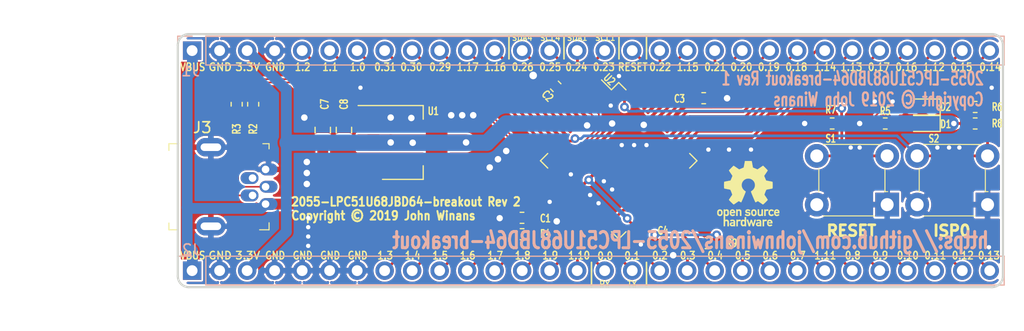
<source format=kicad_pcb>
(kicad_pcb (version 20171130) (host pcbnew 5.1.2-f72e74a~84~ubuntu18.04.1)
  (layers (0 F.Cu signal) (31 B.Cu signal) (34 B.Paste user) (35 F.Paste user) (36 B.SilkS user) (37 F.SilkS user) (38 B.Mask user) (39 F.Mask user) (44 Edge.Cuts user))
  (net 0 "")
  (net 1 GND)
  (net 2 +3V3)
  (net 3 /VBUS)
  (net 4 "Net-(D1-Pad2)")
  (net 5 /PIO1_6)
  (net 6 /~RESET~)
  (net 7 /PIO0_31)
  (net 8 /PIO0_4)
  (net 9 /PIO0_1)
  (net 10 /PIO0_0)
  (net 11 /PIO1_2)
  (net 12 /PIO1_1)
  (net 13 /PIO1_0)
  (net 14 /PIO0_30)
  (net 15 /PIO0_29)
  (net 16 /PIO1_17)
  (net 17 /PIO1_16)
  (net 18 /PIO0_26)
  (net 19 /PIO0_25)
  (net 20 /PIO0_24)
  (net 21 /PIO0_23)
  (net 22 /PIO0_22)
  (net 23 /PIO1_15)
  (net 24 /PIO0_21)
  (net 25 /PIO0_20)
  (net 26 /PIO0_19)
  (net 27 /PIO0_18)
  (net 28 /PIO1_14)
  (net 29 /PIO1_13)
  (net 30 /PIO0_17)
  (net 31 /PIO0_16)
  (net 32 /PIO1_12)
  (net 33 /PIO0_15)
  (net 34 /PIO0_14)
  (net 35 /PIO0_13)
  (net 36 /PIO0_12)
  (net 37 /PIO0_11)
  (net 38 /PIO0_10)
  (net 39 /PIO0_9)
  (net 40 /PIO0_8)
  (net 41 /PIO1_11)
  (net 42 /PIO0_7)
  (net 43 /PIO0_6)
  (net 44 /PIO0_5)
  (net 45 /PIO0_3)
  (net 46 /PIO0_2)
  (net 47 /PIO1_10)
  (net 48 /PIO1_9)
  (net 49 /PIO1_8)
  (net 50 /PIO1_7)
  (net 51 /PIO1_5)
  (net 52 /PIO1_4)
  (net 53 /PIO1_3)
  (net 54 /USB_DP)
  (net 55 /USB_DM)
  (net 56 "Net-(U2-Pad35)")
  (net 57 "Net-(D2-Pad1)")
  (net 58 "Net-(J3-Pad2)")
  (net 59 "Net-(J3-Pad4)")
  (net 60 "Net-(J3-Pad3)")
  (module Symbol:OSHW-Logo_5.7x6mm_SilkScreen (layer F.Cu) (at 165.1 104.14)
    (fp_text reference LOGO1 hide)
    (fp_text value Logo_Open_Hardware_Small hide)
  )
  (module digikey-footprints:USB_Mini_B_Female_548190519 (layer F.Cu) (at 120.523 103.505)
    (fp_text reference J3 (at -5.842 -5.461) (layer F.SilkS))
    (fp_text value 0548190519)
    (pad SH thru_hole oval (at -5.05 3.65) (size 2.7 1.7) (drill oval 1.9 0.7) (layers *.Cu *.Mask) (net 1 GND))
    (pad SH thru_hole oval (at -5.05 -3.65) (size 2.7 1.7) (drill oval 1.9 0.7) (layers *.Cu *.Mask) (net 1 GND))
    (pad 2 thru_hole oval (at -1.2 0.8) (size 1.65 1.1) (drill 0.7 (offset -0.275 0)) (layers *.Cu *.Mask) (net 58 "Net-(J3-Pad2)"))
    (pad 4 thru_hole oval (at -1.2 -0.8) (size 1.65 1.1) (drill 0.7 (offset -0.275 0)) (layers *.Cu *.Mask) (net 59 "Net-(J3-Pad4)"))
    (pad 1 thru_hole oval (at 0 1.6) (size 1.65 1.1) (drill 0.7 (offset 0.275 0)) (layers *.Cu *.Mask) (net 3 /VBUS))
    (pad 5 thru_hole oval (at 0 -1.6) (size 1.65 1.1) (drill 0.7 (offset 0.275 0)) (layers *.Cu *.Mask) (net 1 GND))
    (pad 3 thru_hole oval (at 0 0) (size 1.65 1.1) (drill 0.7 (offset 0.275 0)) (layers *.Cu *.Mask) (net 60 "Net-(J3-Pad3)"))
  )
  (module Package_QFP:TQFP-64_10x10mm_P0.5mm (layer F.Cu) (at 153.135754 101.105879 315)
    (fp_text reference U2 (at -5.918224 -4.698106 315) (layer F.SilkS) (effects (font (size 0.7 0.5) (thickness 0.125))))
    (fp_text value LPC51U68)
    (pad 1 smd roundrect (at -5.6625 -3.75 315) (size 1.475 0.3) (layers F.Cu F.Paste F.Mask) (net 21 /PIO0_23))
    (pad 2 smd roundrect (at -5.6625 -3.25 315) (size 1.475 0.3) (layers F.Cu F.Paste F.Mask) (net 20 /PIO0_24))
    (pad 3 smd roundrect (at -5.6625 -2.75 315) (size 1.475 0.3) (layers F.Cu F.Paste F.Mask) (net 19 /PIO0_25))
    (pad 4 smd roundrect (at -5.6625 -2.25 315) (size 1.475 0.3) (layers F.Cu F.Paste F.Mask) (net 18 /PIO0_26))
    (pad 5 smd roundrect (at -5.6625 -1.75 315) (size 1.475 0.3) (layers F.Cu F.Paste F.Mask) (net 54 /USB_DP))
    (pad 6 smd roundrect (at -5.6625 -1.25 315) (size 1.475 0.3) (layers F.Cu F.Paste F.Mask) (net 55 /USB_DM))
    (pad 7 smd roundrect (at -5.6625 -0.75 315) (size 1.475 0.3) (layers F.Cu F.Paste F.Mask) (net 17 /PIO1_16))
    (pad 8 smd roundrect (at -5.6625 -0.25 315) (size 1.475 0.3) (layers F.Cu F.Paste F.Mask) (net 2 +3V3))
    (pad 9 smd roundrect (at -5.6625 0.25 315) (size 1.475 0.3) (layers F.Cu F.Paste F.Mask) (net 1 GND))
    (pad 10 smd roundrect (at -5.6625 0.75 315) (size 1.475 0.3) (layers F.Cu F.Paste F.Mask) (net 16 /PIO1_17))
    (pad 11 smd roundrect (at -5.6625 1.25 315) (size 1.475 0.3) (layers F.Cu F.Paste F.Mask) (net 15 /PIO0_29))
    (pad 12 smd roundrect (at -5.6625 1.75 315) (size 1.475 0.3) (layers F.Cu F.Paste F.Mask) (net 14 /PIO0_30))
    (pad 13 smd roundrect (at -5.6625 2.25 315) (size 1.475 0.3) (layers F.Cu F.Paste F.Mask) (net 7 /PIO0_31))
    (pad 14 smd roundrect (at -5.6625 2.75 315) (size 1.475 0.3) (layers F.Cu F.Paste F.Mask) (net 13 /PIO1_0))
    (pad 15 smd roundrect (at -5.6625 3.25 315) (size 1.475 0.3) (layers F.Cu F.Paste F.Mask) (net 12 /PIO1_1))
    (pad 16 smd roundrect (at -5.6625 3.75 315) (size 1.475 0.3) (layers F.Cu F.Paste F.Mask) (net 11 /PIO1_2))
    (pad 17 smd roundrect (at -3.75 5.6625 315) (size 0.3 1.475) (layers F.Cu F.Paste F.Mask) (net 53 /PIO1_3))
    (pad 18 smd roundrect (at -3.25 5.6625 315) (size 0.3 1.475) (layers F.Cu F.Paste F.Mask) (net 52 /PIO1_4))
    (pad 19 smd roundrect (at -2.75 5.6625 315) (size 0.3 1.475) (layers F.Cu F.Paste F.Mask) (net 51 /PIO1_5))
    (pad 20 smd roundrect (at -2.25 5.6625 315) (size 0.3 1.475) (layers F.Cu F.Paste F.Mask) (net 1 GND))
    (pad 21 smd roundrect (at -1.75 5.6625 315) (size 0.3 1.475) (layers F.Cu F.Paste F.Mask) (net 1 GND))
    (pad 22 smd roundrect (at -1.25 5.6625 315) (size 0.3 1.475) (layers F.Cu F.Paste F.Mask) (net 2 +3V3))
    (pad 23 smd roundrect (at -0.75 5.6625 315) (size 0.3 1.475) (layers F.Cu F.Paste F.Mask) (net 2 +3V3))
    (pad 24 smd roundrect (at -0.25 5.6625 315) (size 0.3 1.475) (layers F.Cu F.Paste F.Mask) (net 2 +3V3))
    (pad 25 smd roundrect (at 0.25 5.6625 315) (size 0.3 1.475) (layers F.Cu F.Paste F.Mask) (net 1 GND))
    (pad 26 smd roundrect (at 0.75 5.6625 315) (size 0.3 1.475) (layers F.Cu F.Paste F.Mask) (net 5 /PIO1_6))
    (pad 27 smd roundrect (at 1.25 5.6625 315) (size 0.3 1.475) (layers F.Cu F.Paste F.Mask) (net 50 /PIO1_7))
    (pad 28 smd roundrect (at 1.75 5.6625 315) (size 0.3 1.475) (layers F.Cu F.Paste F.Mask) (net 49 /PIO1_8))
    (pad 29 smd roundrect (at 2.25 5.6625 315) (size 0.3 1.475) (layers F.Cu F.Paste F.Mask) (net 48 /PIO1_9))
    (pad 30 smd roundrect (at 2.75 5.6625 315) (size 0.3 1.475) (layers F.Cu F.Paste F.Mask) (net 47 /PIO1_10))
    (pad 31 smd roundrect (at 3.25 5.6625 315) (size 0.3 1.475) (layers F.Cu F.Paste F.Mask) (net 10 /PIO0_0))
    (pad 32 smd roundrect (at 3.75 5.6625 315) (size 0.3 1.475) (layers F.Cu F.Paste F.Mask) (net 9 /PIO0_1))
    (pad 33 smd roundrect (at 5.6625 3.75 315) (size 1.475 0.3) (layers F.Cu F.Paste F.Mask) (net 1 GND))
    (pad 34 smd roundrect (at 5.6625 3.25 315) (size 1.475 0.3) (layers F.Cu F.Paste F.Mask) (net 2 +3V3))
    (pad 35 smd roundrect (at 5.6625 2.75 315) (size 1.475 0.3) (layers F.Cu F.Paste F.Mask) (net 56 "Net-(U2-Pad35)"))
    (pad 36 smd roundrect (at 5.6625 2.25 315) (size 1.475 0.3) (layers F.Cu F.Paste F.Mask) (net 46 /PIO0_2))
    (pad 37 smd roundrect (at 5.6625 1.75 315) (size 1.475 0.3) (layers F.Cu F.Paste F.Mask) (net 45 /PIO0_3))
    (pad 38 smd roundrect (at 5.6625 1.25 315) (size 1.475 0.3) (layers F.Cu F.Paste F.Mask) (net 8 /PIO0_4))
    (pad 39 smd roundrect (at 5.6625 0.75 315) (size 1.475 0.3) (layers F.Cu F.Paste F.Mask) (net 44 /PIO0_5))
    (pad 40 smd roundrect (at 5.6625 0.25 315) (size 1.475 0.3) (layers F.Cu F.Paste F.Mask) (net 43 /PIO0_6))
    (pad 41 smd roundrect (at 5.6625 -0.25 315) (size 1.475 0.3) (layers F.Cu F.Paste F.Mask) (net 42 /PIO0_7))
    (pad 42 smd roundrect (at 5.6625 -0.75 315) (size 1.475 0.3) (layers F.Cu F.Paste F.Mask) (net 41 /PIO1_11))
    (pad 43 smd roundrect (at 5.6625 -1.25 315) (size 1.475 0.3) (layers F.Cu F.Paste F.Mask) (net 40 /PIO0_8))
    (pad 44 smd roundrect (at 5.6625 -1.75 315) (size 1.475 0.3) (layers F.Cu F.Paste F.Mask) (net 39 /PIO0_9))
    (pad 45 smd roundrect (at 5.6625 -2.25 315) (size 1.475 0.3) (layers F.Cu F.Paste F.Mask) (net 38 /PIO0_10))
    (pad 46 smd roundrect (at 5.6625 -2.75 315) (size 1.475 0.3) (layers F.Cu F.Paste F.Mask) (net 37 /PIO0_11))
    (pad 47 smd roundrect (at 5.6625 -3.25 315) (size 1.475 0.3) (layers F.Cu F.Paste F.Mask) (net 36 /PIO0_12))
    (pad 48 smd roundrect (at 5.6625 -3.75 315) (size 1.475 0.3) (layers F.Cu F.Paste F.Mask) (net 35 /PIO0_13))
    (pad 49 smd roundrect (at 3.75 -5.6625 315) (size 0.3 1.475) (layers F.Cu F.Paste F.Mask) (net 34 /PIO0_14))
    (pad 50 smd roundrect (at 3.25 -5.6625 315) (size 0.3 1.475) (layers F.Cu F.Paste F.Mask) (net 33 /PIO0_15))
    (pad 51 smd roundrect (at 2.75 -5.6625 315) (size 0.3 1.475) (layers F.Cu F.Paste F.Mask) (net 32 /PIO1_12))
    (pad 52 smd roundrect (at 2.25 -5.6625 315) (size 0.3 1.475) (layers F.Cu F.Paste F.Mask) (net 31 /PIO0_16))
    (pad 53 smd roundrect (at 1.75 -5.6625 315) (size 0.3 1.475) (layers F.Cu F.Paste F.Mask) (net 30 /PIO0_17))
    (pad 54 smd roundrect (at 1.25 -5.6625 315) (size 0.3 1.475) (layers F.Cu F.Paste F.Mask) (net 29 /PIO1_13))
    (pad 55 smd roundrect (at 0.75 -5.6625 315) (size 0.3 1.475) (layers F.Cu F.Paste F.Mask) (net 1 GND))
    (pad 56 smd roundrect (at 0.25 -5.6625 315) (size 0.3 1.475) (layers F.Cu F.Paste F.Mask) (net 2 +3V3))
    (pad 57 smd roundrect (at -0.25 -5.6625 315) (size 0.3 1.475) (layers F.Cu F.Paste F.Mask) (net 28 /PIO1_14))
    (pad 58 smd roundrect (at -0.75 -5.6625 315) (size 0.3 1.475) (layers F.Cu F.Paste F.Mask) (net 27 /PIO0_18))
    (pad 59 smd roundrect (at -1.25 -5.6625 315) (size 0.3 1.475) (layers F.Cu F.Paste F.Mask) (net 26 /PIO0_19))
    (pad 60 smd roundrect (at -1.75 -5.6625 315) (size 0.3 1.475) (layers F.Cu F.Paste F.Mask) (net 25 /PIO0_20))
    (pad 61 smd roundrect (at -2.25 -5.6625 315) (size 0.3 1.475) (layers F.Cu F.Paste F.Mask) (net 24 /PIO0_21))
    (pad 62 smd roundrect (at -2.75 -5.6625 315) (size 0.3 1.475) (layers F.Cu F.Paste F.Mask) (net 23 /PIO1_15))
    (pad 63 smd roundrect (at -3.25 -5.6625 315) (size 0.3 1.475) (layers F.Cu F.Paste F.Mask) (net 22 /PIO0_22))
    (pad 64 smd roundrect (at -3.75 -5.6625 315) (size 0.3 1.475) (layers F.Cu F.Paste F.Mask) (net 6 /~RESET~))
  )
  (module Capacitor_SMD:C_0603_1608Metric_Pad1.05x0.95mm_HandSolder (layer F.Cu) (at 144.20596 106.3752 180)
    (fp_text reference C1 (at -2.159 -0.05588 180) (layer F.SilkS) (effects (font (size 0.7 0.5) (thickness 0.125))))
    (fp_text value .1uF)
    (pad 2 smd roundrect (at 0.874999 0 180) (size 1.05 0.95) (layers F.Cu F.Paste F.Mask) (net 1 GND))
    (pad 1 smd roundrect (at -0.874999 0 180) (size 1.05 0.95) (layers F.Cu F.Paste F.Mask) (net 2 +3V3))
  )
  (module Capacitor_SMD:C_0603_1608Metric_Pad1.05x0.95mm_HandSolder (layer F.Cu) (at 147.32 94.234 135)
    (fp_text reference C2 (at -0.089803 -1.167433 135) (layer F.SilkS) (effects (font (size 0.7 0.5) (thickness 0.125))))
    (fp_text value .1uF)
    (pad 1 smd roundrect (at -0.874999 0 135) (size 1.05 0.95) (layers F.Cu F.Paste F.Mask) (net 2 +3V3))
    (pad 2 smd roundrect (at 0.874999 0 135) (size 1.05 0.95) (layers F.Cu F.Paste F.Mask) (net 1 GND))
  )
  (module Capacitor_SMD:C_0603_1608Metric_Pad1.05x0.95mm_HandSolder (layer F.Cu) (at 160.9852 95.3262)
    (fp_text reference C3 (at -2.2352 0.0508) (layer F.SilkS) (effects (font (size 0.7 0.5) (thickness 0.125))))
    (fp_text value .1uF)
    (pad 2 smd roundrect (at 0.874999 0) (size 1.05 0.95) (layers F.Cu F.Paste F.Mask) (net 1 GND))
    (pad 1 smd roundrect (at -0.874999 0) (size 1.05 0.95) (layers F.Cu F.Paste F.Mask) (net 2 +3V3))
  )
  (module Capacitor_SMD:C_0603_1608Metric_Pad1.05x0.95mm_HandSolder (layer F.Cu) (at 157.3022 108.7628)
    (fp_text reference C4 (at -0.0762 -1.1938) (layer F.SilkS) (effects (font (size 0.7 0.5) (thickness 0.125))))
    (fp_text value .1uF)
    (pad 1 smd roundrect (at -0.875 0) (size 1.05 0.95) (layers F.Cu F.Paste F.Mask) (net 2 +3V3))
    (pad 2 smd roundrect (at 0.875 0) (size 1.05 0.95) (layers F.Cu F.Paste F.Mask) (net 1 GND))
  )
  (module LED_SMD:LED_0603_1608Metric_Pad1.05x0.95mm_HandSolder (layer F.Cu) (at 181.1655 97.663 180)
    (fp_text reference D1 (at -2.173 -0.0635 180) (layer F.SilkS) (effects (font (size 0.7 0.5) (thickness 0.125))))
    (fp_text value LED_ALT)
    (pad 1 smd roundrect (at -0.875 0 180) (size 1.05 0.95) (layers F.Cu F.Paste F.Mask) (net 1 GND))
    (pad 2 smd roundrect (at 0.875 0 180) (size 1.05 0.95) (layers F.Cu F.Paste F.Mask) (net 4 "Net-(D1-Pad2)"))
  )
  (module Connector_PinHeader_2.54mm:PinHeader_1x30_P2.54mm_Vertical (layer B.Cu) (at 113.7412 90.932 270)
    (fp_text reference J1 (at 1.865721 0.151554 180) (layer B.SilkS) (effects (justify mirror)))
    (fp_text value Conn_01x30)
    (pad 1 thru_hole rect (at 0 0 270) (size 1.7 1.7) (drill 1) (layers *.Cu *.Mask) (net 3 /VBUS))
    (pad 2 thru_hole oval (at 0 -2.54 270) (size 1.7 1.7) (drill 1) (layers *.Cu *.Mask) (net 1 GND))
    (pad 3 thru_hole oval (at 0 -5.08 270) (size 1.7 1.7) (drill 1) (layers *.Cu *.Mask) (net 2 +3V3))
    (pad 4 thru_hole oval (at 0 -7.62 270) (size 1.7 1.7) (drill 1) (layers *.Cu *.Mask) (net 1 GND))
    (pad 5 thru_hole oval (at 0 -10.16 270) (size 1.7 1.7) (drill 1) (layers *.Cu *.Mask) (net 11 /PIO1_2))
    (pad 6 thru_hole oval (at 0 -12.7 270) (size 1.7 1.7) (drill 1) (layers *.Cu *.Mask) (net 12 /PIO1_1))
    (pad 7 thru_hole oval (at 0 -15.24 270) (size 1.7 1.7) (drill 1) (layers *.Cu *.Mask) (net 13 /PIO1_0))
    (pad 8 thru_hole oval (at 0 -17.78 270) (size 1.7 1.7) (drill 1) (layers *.Cu *.Mask) (net 7 /PIO0_31))
    (pad 9 thru_hole oval (at 0 -20.32 270) (size 1.7 1.7) (drill 1) (layers *.Cu *.Mask) (net 14 /PIO0_30))
    (pad 10 thru_hole oval (at 0 -22.86 270) (size 1.7 1.7) (drill 1) (layers *.Cu *.Mask) (net 15 /PIO0_29))
    (pad 11 thru_hole oval (at 0 -25.4 270) (size 1.7 1.7) (drill 1) (layers *.Cu *.Mask) (net 16 /PIO1_17))
    (pad 12 thru_hole oval (at 0 -27.94 270) (size 1.7 1.7) (drill 1) (layers *.Cu *.Mask) (net 17 /PIO1_16))
    (pad 13 thru_hole oval (at 0 -30.48 270) (size 1.7 1.7) (drill 1) (layers *.Cu *.Mask) (net 18 /PIO0_26))
    (pad 14 thru_hole oval (at 0 -33.02 270) (size 1.7 1.7) (drill 1) (layers *.Cu *.Mask) (net 19 /PIO0_25))
    (pad 15 thru_hole oval (at 0 -35.56 270) (size 1.7 1.7) (drill 1) (layers *.Cu *.Mask) (net 20 /PIO0_24))
    (pad 16 thru_hole oval (at 0 -38.1 270) (size 1.7 1.7) (drill 1) (layers *.Cu *.Mask) (net 21 /PIO0_23))
    (pad 17 thru_hole oval (at 0 -40.64 270) (size 1.7 1.7) (drill 1) (layers *.Cu *.Mask) (net 6 /~RESET~))
    (pad 18 thru_hole oval (at 0 -43.18 270) (size 1.7 1.7) (drill 1) (layers *.Cu *.Mask) (net 22 /PIO0_22))
    (pad 19 thru_hole oval (at 0 -45.72 270) (size 1.7 1.7) (drill 1) (layers *.Cu *.Mask) (net 23 /PIO1_15))
    (pad 20 thru_hole oval (at 0 -48.26 270) (size 1.7 1.7) (drill 1) (layers *.Cu *.Mask) (net 24 /PIO0_21))
    (pad 21 thru_hole oval (at 0 -50.8 270) (size 1.7 1.7) (drill 1) (layers *.Cu *.Mask) (net 25 /PIO0_20))
    (pad 22 thru_hole oval (at 0 -53.34 270) (size 1.7 1.7) (drill 1) (layers *.Cu *.Mask) (net 26 /PIO0_19))
    (pad 23 thru_hole oval (at 0 -55.88 270) (size 1.7 1.7) (drill 1) (layers *.Cu *.Mask) (net 27 /PIO0_18))
    (pad 24 thru_hole oval (at 0 -58.42 270) (size 1.7 1.7) (drill 1) (layers *.Cu *.Mask) (net 28 /PIO1_14))
    (pad 25 thru_hole oval (at 0 -60.96 270) (size 1.7 1.7) (drill 1) (layers *.Cu *.Mask) (net 29 /PIO1_13))
    (pad 26 thru_hole oval (at 0 -63.5 270) (size 1.7 1.7) (drill 1) (layers *.Cu *.Mask) (net 30 /PIO0_17))
    (pad 27 thru_hole oval (at 0 -66.04 270) (size 1.7 1.7) (drill 1) (layers *.Cu *.Mask) (net 31 /PIO0_16))
    (pad 28 thru_hole oval (at 0 -68.58 270) (size 1.7 1.7) (drill 1) (layers *.Cu *.Mask) (net 32 /PIO1_12))
    (pad 29 thru_hole oval (at 0 -71.12 270) (size 1.7 1.7) (drill 1) (layers *.Cu *.Mask) (net 33 /PIO0_15))
    (pad 30 thru_hole oval (at 0 -73.66 270) (size 1.7 1.7) (drill 1) (layers *.Cu *.Mask) (net 34 /PIO0_14))
  )
  (module Connector_PinHeader_2.54mm:PinHeader_1x30_P2.54mm_Vertical (layer B.Cu) (at 113.7412 111.252 270)
    (fp_text reference J2 (at -1.918879 0.075354) (layer B.SilkS) (effects (justify mirror)))
    (fp_text value Conn_01x30)
    (pad 30 thru_hole oval (at 0 -73.66 270) (size 1.7 1.7) (drill 1) (layers *.Cu *.Mask) (net 35 /PIO0_13))
    (pad 29 thru_hole oval (at 0 -71.12 270) (size 1.7 1.7) (drill 1) (layers *.Cu *.Mask) (net 36 /PIO0_12))
    (pad 28 thru_hole oval (at 0 -68.58 270) (size 1.7 1.7) (drill 1) (layers *.Cu *.Mask) (net 37 /PIO0_11))
    (pad 27 thru_hole oval (at 0 -66.04 270) (size 1.7 1.7) (drill 1) (layers *.Cu *.Mask) (net 38 /PIO0_10))
    (pad 26 thru_hole oval (at 0 -63.5 270) (size 1.7 1.7) (drill 1) (layers *.Cu *.Mask) (net 39 /PIO0_9))
    (pad 25 thru_hole oval (at 0 -60.96 270) (size 1.7 1.7) (drill 1) (layers *.Cu *.Mask) (net 40 /PIO0_8))
    (pad 24 thru_hole oval (at 0 -58.42 270) (size 1.7 1.7) (drill 1) (layers *.Cu *.Mask) (net 41 /PIO1_11))
    (pad 23 thru_hole oval (at 0 -55.88 270) (size 1.7 1.7) (drill 1) (layers *.Cu *.Mask) (net 42 /PIO0_7))
    (pad 22 thru_hole oval (at 0 -53.34 270) (size 1.7 1.7) (drill 1) (layers *.Cu *.Mask) (net 43 /PIO0_6))
    (pad 21 thru_hole oval (at 0 -50.8 270) (size 1.7 1.7) (drill 1) (layers *.Cu *.Mask) (net 44 /PIO0_5))
    (pad 20 thru_hole oval (at 0 -48.26 270) (size 1.7 1.7) (drill 1) (layers *.Cu *.Mask) (net 8 /PIO0_4))
    (pad 19 thru_hole oval (at 0 -45.72 270) (size 1.7 1.7) (drill 1) (layers *.Cu *.Mask) (net 45 /PIO0_3))
    (pad 18 thru_hole oval (at 0 -43.18 270) (size 1.7 1.7) (drill 1) (layers *.Cu *.Mask) (net 46 /PIO0_2))
    (pad 17 thru_hole oval (at 0 -40.64 270) (size 1.7 1.7) (drill 1) (layers *.Cu *.Mask) (net 9 /PIO0_1))
    (pad 16 thru_hole oval (at 0 -38.1 270) (size 1.7 1.7) (drill 1) (layers *.Cu *.Mask) (net 10 /PIO0_0))
    (pad 15 thru_hole oval (at 0 -35.56 270) (size 1.7 1.7) (drill 1) (layers *.Cu *.Mask) (net 47 /PIO1_10))
    (pad 14 thru_hole oval (at 0 -33.02 270) (size 1.7 1.7) (drill 1) (layers *.Cu *.Mask) (net 48 /PIO1_9))
    (pad 13 thru_hole oval (at 0 -30.48 270) (size 1.7 1.7) (drill 1) (layers *.Cu *.Mask) (net 49 /PIO1_8))
    (pad 12 thru_hole oval (at 0 -27.94 270) (size 1.7 1.7) (drill 1) (layers *.Cu *.Mask) (net 50 /PIO1_7))
    (pad 11 thru_hole oval (at 0 -25.4 270) (size 1.7 1.7) (drill 1) (layers *.Cu *.Mask) (net 5 /PIO1_6))
    (pad 10 thru_hole oval (at 0 -22.86 270) (size 1.7 1.7) (drill 1) (layers *.Cu *.Mask) (net 51 /PIO1_5))
    (pad 9 thru_hole oval (at 0 -20.32 270) (size 1.7 1.7) (drill 1) (layers *.Cu *.Mask) (net 52 /PIO1_4))
    (pad 8 thru_hole oval (at 0 -17.78 270) (size 1.7 1.7) (drill 1) (layers *.Cu *.Mask) (net 53 /PIO1_3))
    (pad 7 thru_hole oval (at 0 -15.24 270) (size 1.7 1.7) (drill 1) (layers *.Cu *.Mask) (net 1 GND))
    (pad 6 thru_hole oval (at 0 -12.7 270) (size 1.7 1.7) (drill 1) (layers *.Cu *.Mask) (net 1 GND))
    (pad 5 thru_hole oval (at 0 -10.16 270) (size 1.7 1.7) (drill 1) (layers *.Cu *.Mask) (net 1 GND))
    (pad 4 thru_hole oval (at 0 -7.62 270) (size 1.7 1.7) (drill 1) (layers *.Cu *.Mask) (net 1 GND))
    (pad 3 thru_hole oval (at 0 -5.08 270) (size 1.7 1.7) (drill 1) (layers *.Cu *.Mask) (net 2 +3V3))
    (pad 2 thru_hole oval (at 0 -2.54 270) (size 1.7 1.7) (drill 1) (layers *.Cu *.Mask) (net 1 GND))
    (pad 1 thru_hole rect (at 0 0 270) (size 1.7 1.7) (drill 1) (layers *.Cu *.Mask) (net 3 /VBUS))
  )
  (module Resistor_SMD:R_0603_1608Metric_Pad1.05x0.95mm_HandSolder (layer F.Cu) (at 119.38 95.885 90)
    (fp_text reference R2 (at -2.286 0 90) (layer F.SilkS) (effects (font (size 0.7 0.5) (thickness 0.125))))
    (fp_text value 33)
    (pad 1 smd roundrect (at -0.875 0 90) (size 1.05 0.95) (layers F.Cu F.Paste F.Mask) (net 60 "Net-(J3-Pad3)"))
    (pad 2 smd roundrect (at 0.875 0 90) (size 1.05 0.95) (layers F.Cu F.Paste F.Mask) (net 54 /USB_DP))
  )
  (module Resistor_SMD:R_0603_1608Metric_Pad1.05x0.95mm_HandSolder (layer F.Cu) (at 117.856 95.885 90)
    (fp_text reference R3 (at -2.286 0 90) (layer F.SilkS) (effects (font (size 0.7 0.5) (thickness 0.125))))
    (fp_text value 33)
    (pad 2 smd roundrect (at 0.875 0 90) (size 1.05 0.95) (layers F.Cu F.Paste F.Mask) (net 55 /USB_DM))
    (pad 1 smd roundrect (at -0.875 0 90) (size 1.05 0.95) (layers F.Cu F.Paste F.Mask) (net 58 "Net-(J3-Pad2)"))
  )
  (module Resistor_SMD:R_0603_1608Metric_Pad1.05x0.95mm_HandSolder (layer F.Cu) (at 144.21358 107.8865)
    (fp_text reference R4 (at 2.16408 -0.02794) (layer F.SilkS) (effects (font (size 0.7 0.5) (thickness 0.125))))
    (fp_text value 3K3)
    (pad 2 smd roundrect (at 0.875 0) (size 1.05 0.95) (layers F.Cu F.Paste F.Mask) (net 2 +3V3))
    (pad 1 smd roundrect (at -0.875 0) (size 1.05 0.95) (layers F.Cu F.Paste F.Mask) (net 5 /PIO1_6))
  )
  (module Resistor_SMD:R_0603_1608Metric_Pad1.05x0.95mm_HandSolder (layer F.Cu) (at 177.7505 97.663 180)
    (fp_text reference R5 (at 0 1.143 180) (layer F.SilkS) (effects (font (size 0.7 0.5) (thickness 0.125))))
    (fp_text value 330)
    (pad 1 smd roundrect (at -0.875 0 180) (size 1.05 0.95) (layers F.Cu F.Paste F.Mask) (net 4 "Net-(D1-Pad2)"))
    (pad 2 smd roundrect (at 0.875 0 180) (size 1.05 0.95) (layers F.Cu F.Paste F.Mask) (net 2 +3V3))
  )
  (module Capacitor_SMD:C_0805_2012Metric_Pad1.15x1.40mm_HandSolder (layer F.Cu) (at 125.8062 98.2726 90)
    (fp_text reference C7 (at 2.3876 0.1778 270) (layer F.SilkS) (effects (font (size 0.7 0.5) (thickness 0.125))))
    (fp_text value 10uF)
    (pad 1 smd roundrect (at -1.025 0 90) (size 1.15 1.4) (layers F.Cu F.Paste F.Mask) (roundrect_rratio 0.217391) (net 3 /VBUS))
    (pad 2 smd roundrect (at 1.025 0 90) (size 1.15 1.4) (layers F.Cu F.Paste F.Mask) (roundrect_rratio 0.217391) (net 1 GND))
  )
  (module Capacitor_SMD:C_0805_2012Metric_Pad1.15x1.40mm_HandSolder (layer F.Cu) (at 127.762 98.2726 90)
    (fp_text reference C8 (at 2.3876 0 90) (layer F.SilkS) (effects (font (size 0.7 0.5) (thickness 0.125))))
    (fp_text value 22uF)
    (pad 2 smd roundrect (at 1.025 0 90) (size 1.15 1.4) (layers F.Cu F.Paste F.Mask) (roundrect_rratio 0.217391) (net 1 GND))
    (pad 1 smd roundrect (at -1.025 0 90) (size 1.15 1.4) (layers F.Cu F.Paste F.Mask) (roundrect_rratio 0.217391) (net 2 +3V3))
  )
  (module Package_TO_SOT_SMD:SOT-223-3_TabPin2 (layer F.Cu) (at 133.1722 99.4156)
    (fp_text reference U1 (at 2.8448 -2.8956) (layer F.SilkS) (effects (font (size 0.7 0.5) (thickness 0.125))))
    (fp_text value " AZ1117CH-3.3TRG1")
    (pad 2 smd rect (at 3.15 0) (size 2 3.8) (layers F.Cu F.Paste F.Mask) (net 2 +3V3))
    (pad 2 smd rect (at -3.15 0) (size 2 1.5) (layers F.Cu F.Paste F.Mask) (net 2 +3V3))
    (pad 3 smd rect (at -3.15 2.3) (size 2 1.5) (layers F.Cu F.Paste F.Mask) (net 3 /VBUS))
    (pad 1 smd rect (at -3.15 -2.3) (size 2 1.5) (layers F.Cu F.Paste F.Mask) (net 1 GND))
  )
  (module Resistor_SMD:R_0603_1608Metric_Pad1.05x0.95mm_HandSolder (layer F.Cu) (at 172.847 97.663)
    (fp_text reference R7 (at -0.127 -1.27) (layer F.SilkS) (effects (font (size 0.7 0.5) (thickness 0.125))))
    (fp_text value 3K3)
    (pad 1 smd roundrect (at -0.875 0) (size 1.05 0.95) (layers F.Cu F.Paste F.Mask) (net 2 +3V3))
    (pad 2 smd roundrect (at 0.875 0) (size 1.05 0.95) (layers F.Cu F.Paste F.Mask) (net 6 /~RESET~))
  )
  (module Resistor_SMD:R_0603_1608Metric_Pad1.05x0.95mm_HandSolder (layer F.Cu) (at 186.055 97.663)
    (fp_text reference R8 (at 2.032 0) (layer F.SilkS) (effects (font (size 0.7 0.5) (thickness 0.125))))
    (fp_text value 3K3)
    (pad 2 smd roundrect (at 0.875 0) (size 1.05 0.95) (layers F.Cu F.Paste F.Mask) (net 7 /PIO0_31))
    (pad 1 smd roundrect (at -0.875 0) (size 1.05 0.95) (layers F.Cu F.Paste F.Mask) (net 2 +3V3))
  )
  (module Resistor_SMD:R_0603_1608Metric_Pad1.05x0.95mm_HandSolder (layer F.Cu) (at 161.29 108.712 180)
    (fp_text reference R9 (at -2.286 0 180) (layer F.SilkS) (effects (font (size 0.7 0.5) (thickness 0.125))))
    (fp_text value 3K3)
    (pad 1 smd roundrect (at -0.875 0 180) (size 1.05 0.95) (layers F.Cu F.Paste F.Mask) (net 2 +3V3))
    (pad 2 smd roundrect (at 0.875 0 180) (size 1.05 0.95) (layers F.Cu F.Paste F.Mask) (net 8 /PIO0_4))
  )
  (module digikey-footprints:Switch_Tactile_THT_6x6mm (layer F.Cu) (at 177.927 105.156 180)
    (fp_text reference S1 (at 5.207 6.096 180) (layer F.SilkS) (effects (font (size 0.7 0.5) (thickness 0.125))))
    (fp_text value 1825910-6)
    (pad 3 thru_hole circle (at 0 4.5 180) (size 2.2 2.2) (drill 1.2) (layers *.Cu *.Mask) (net 6 /~RESET~))
    (pad 4 thru_hole circle (at 6.5 4.5 180) (size 2.2 2.2) (drill 1.2) (layers *.Cu *.Mask) (net 6 /~RESET~))
    (pad 2 thru_hole circle (at 6.5 0 180) (size 2.2 2.2) (drill 1.2) (layers *.Cu *.Mask) (net 1 GND))
    (pad 1 thru_hole rect (at 0 0 180) (size 2.2 2.2) (drill 1.2) (layers *.Cu *.Mask) (net 1 GND))
  )
  (module digikey-footprints:Switch_Tactile_THT_6x6mm (layer F.Cu) (at 187.198 105.156 180)
    (fp_text reference S2 (at 4.953 6.096) (layer F.SilkS) (effects (font (size 0.7 0.5) (thickness 0.125))))
    (fp_text value 1825910-6)
    (pad 1 thru_hole rect (at 0 0 180) (size 2.2 2.2) (drill 1.2) (layers *.Cu *.Mask) (net 1 GND))
    (pad 2 thru_hole circle (at 6.5 0 180) (size 2.2 2.2) (drill 1.2) (layers *.Cu *.Mask) (net 1 GND))
    (pad 4 thru_hole circle (at 6.5 4.5 180) (size 2.2 2.2) (drill 1.2) (layers *.Cu *.Mask) (net 7 /PIO0_31))
    (pad 3 thru_hole circle (at 0 4.5 180) (size 2.2 2.2) (drill 1.2) (layers *.Cu *.Mask) (net 7 /PIO0_31))
  )
  (module LED_SMD:LED_0603_1608Metric_Pad1.05x0.95mm_HandSolder (layer F.Cu) (at 181.1655 96.139 180)
    (fp_text reference D2 (at -2.159 0 180) (layer F.SilkS) (effects (font (size 0.7 0.5) (thickness 0.125))))
    (fp_text value LED_ALT)
    (pad 1 smd roundrect (at -0.875 0 180) (size 1.05 0.95) (layers F.Cu F.Paste F.Mask) (net 57 "Net-(D2-Pad1)"))
    (pad 2 smd roundrect (at 0.875 0 180) (size 1.05 0.95) (layers F.Cu F.Paste F.Mask) (net 2 +3V3))
  )
  (module Resistor_SMD:R_0603_1608Metric_Pad1.05x0.95mm_HandSolder (layer F.Cu) (at 186.055 96.139 180)
    (fp_text reference R6 (at -2.032 0 180) (layer F.SilkS) (effects (font (size 0.7 0.5) (thickness 0.125))))
    (fp_text value 330)
    (pad 1 smd roundrect (at -0.875 0 180) (size 1.05 0.95) (layers F.Cu F.Paste F.Mask) (net 7 /PIO0_31))
    (pad 2 smd roundrect (at 0.875 0 180) (size 1.05 0.95) (layers F.Cu F.Paste F.Mask) (net 57 "Net-(D2-Pad1)"))
  )
  (gr_text SCL1 (at 151.892 89.7636) (layer F.SilkS) (effects (font (size 0.5 0.5) (thickness 0.1))))
  (gr_text SCL4 (at 146.812 89.7636) (layer F.SilkS) (effects (font (size 0.5 0.5) (thickness 0.1))))
  (gr_text SDA1 (at 149.3012 89.7636) (layer F.SilkS) (effects (font (size 0.5 0.5) (thickness 0.1))))
  (gr_text SDA4 (at 144.2212 89.7636) (layer F.SilkS) (effects (font (size 0.5 0.5) (thickness 0.1))))
  (gr_arc (start 187.6044 111.76) (end 187.6044 112.776) (angle -90) (layer Edge.Cuts) (width 0.2032))
  (gr_arc (start 187.6044 90.424) (end 188.6204 90.424) (angle -90) (layer Edge.Cuts) (width 0.2032))
  (gr_arc (start 113.4364 90.424) (end 113.4364 89.408) (angle -90) (layer Edge.Cuts) (width 0.2032))
  (gr_arc (start 113.4364 111.76) (end 112.4204 111.76) (angle -90) (layer Edge.Cuts) (width 0.2032))
  (gr_line (start 112.4204 111.76) (end 112.4204 90.424) (layer Edge.Cuts) (width 0.2032))
  (gr_line (start 187.6044 112.776) (end 113.4364 112.776) (layer Edge.Cuts) (width 0.2032))
  (gr_line (start 188.6204 90.424) (end 188.6204 111.76) (layer Edge.Cuts) (width 0.2032))
  (gr_line (start 113.4364 89.408) (end 187.6044 89.408) (layer Edge.Cuts) (width 0.2032))
  (gr_text https://github.com/johnwinans/2055-LPC51U68JBD64-breakout (at 159.766 108.458) (layer B.SilkS) (effects (font (size 1.5 1.1) (thickness 0.275)) (justify mirror)))
  (gr_text GND (at 116.332 92.456) (layer F.SilkS) (effects (font (size 0.7 0.7) (thickness 0.125))))
  (gr_text 3.3V (at 118.872 92.456) (layer F.SilkS) (effects (font (size 0.7 0.7) (thickness 0.125))))
  (gr_line (start 155.702 112.7252) (end 155.702 110.49) (layer F.SilkS) (width 0.15))
  (gr_line (start 150.622 110.49) (end 150.622 112.7252) (layer F.SilkS) (width 0.15))
  (gr_line (start 155.702 89.4588) (end 155.702 91.694) (layer F.SilkS) (width 0.15))
  (gr_line (start 148.082 89.4588) (end 148.082 91.694) (layer F.SilkS) (width 0.15))
  (gr_line (start 143.002 89.4588) (end 143.002 91.694) (layer F.SilkS) (width 0.15))
  (gr_line (start 153.162 91.694) (end 153.162 89.4588) (layer F.SilkS) (width 0.15))
  (gr_text VBUS (at 113.792 92.456) (layer F.SilkS) (effects (font (size 0.7 0.6) (thickness 0.125))))
  (gr_text GND (at 121.412 92.456) (layer F.SilkS) (effects (font (size 0.7 0.6) (thickness 0.125))))
  (gr_text 1.2 (at 123.952 92.456) (layer F.SilkS) (effects (font (size 0.7 0.6) (thickness 0.125))))
  (gr_text 1.1 (at 126.492 92.456) (layer F.SilkS) (effects (font (size 0.7 0.6) (thickness 0.125))))
  (gr_text 1.0 (at 129.032 92.456) (layer F.SilkS) (effects (font (size 0.7 0.6) (thickness 0.125))))
  (gr_text 0.31 (at 131.572 92.456) (layer F.SilkS) (effects (font (size 0.7 0.6) (thickness 0.125))))
  (gr_text 0.30 (at 133.985 92.456) (layer F.SilkS) (effects (font (size 0.7 0.6) (thickness 0.125))))
  (gr_text 0.29 (at 136.652 92.456) (layer F.SilkS) (effects (font (size 0.7 0.6) (thickness 0.125))))
  (gr_text 1.17 (at 139.192 92.456) (layer F.SilkS) (effects (font (size 0.7 0.6) (thickness 0.125))))
  (gr_text 1.16 (at 141.732 92.456) (layer F.SilkS) (effects (font (size 0.7 0.6) (thickness 0.125))))
  (gr_text 0.26 (at 144.272 92.456) (layer F.SilkS) (effects (font (size 0.7 0.6) (thickness 0.125))))
  (gr_text 0.25 (at 146.812 92.456) (layer F.SilkS) (effects (font (size 0.7 0.6) (thickness 0.125))))
  (gr_text 0.24 (at 149.225 92.456) (layer F.SilkS) (effects (font (size 0.7 0.6) (thickness 0.125))))
  (gr_text 0.23 (at 151.765 92.456) (layer F.SilkS) (effects (font (size 0.7 0.6) (thickness 0.125))))
  (gr_text RESET (at 154.432 92.456) (layer F.SilkS) (effects (font (size 0.7 0.6) (thickness 0.125))))
  (gr_text 0.22 (at 156.972 92.456) (layer F.SilkS) (effects (font (size 0.7 0.6) (thickness 0.125))))
  (gr_text 1.15 (at 159.512 92.456) (layer F.SilkS) (effects (font (size 0.7 0.6) (thickness 0.125))))
  (gr_text 0.21 (at 162.052 92.456) (layer F.SilkS) (effects (font (size 0.7 0.6) (thickness 0.125))))
  (gr_text 0.20 (at 164.465 92.456) (layer F.SilkS) (effects (font (size 0.7 0.6) (thickness 0.125))))
  (gr_text 0.19 (at 167.005 92.456) (layer F.SilkS) (effects (font (size 0.7 0.6) (thickness 0.125))))
  (gr_text 0.18 (at 169.545 92.456) (layer F.SilkS) (effects (font (size 0.7 0.6) (thickness 0.125))))
  (gr_text 1.14 (at 172.212 92.456) (layer F.SilkS) (effects (font (size 0.7 0.6) (thickness 0.125))))
  (gr_text 1.13 (at 174.625 92.456) (layer F.SilkS) (effects (font (size 0.7 0.6) (thickness 0.125))))
  (gr_text 0.17 (at 177.165 92.456) (layer F.SilkS) (effects (font (size 0.7 0.6) (thickness 0.125))))
  (gr_text 0.16 (at 179.705 92.456) (layer F.SilkS) (effects (font (size 0.7 0.6) (thickness 0.125))))
  (gr_text 1.12 (at 182.245 92.456) (layer F.SilkS) (effects (font (size 0.7 0.6) (thickness 0.125))))
  (gr_text 0.15 (at 184.785 92.456) (layer F.SilkS) (effects (font (size 0.7 0.6) (thickness 0.125))))
  (gr_text 0.14 (at 187.452 92.456) (layer F.SilkS) (effects (font (size 0.7 0.6) (thickness 0.125))))
  (gr_text 0.13 (at 187.325 109.855) (layer F.SilkS) (effects (font (size 0.7 0.6) (thickness 0.125))))
  (gr_text 0.12 (at 184.912 109.855) (layer F.SilkS) (effects (font (size 0.7 0.6) (thickness 0.125))))
  (gr_text 0.11 (at 182.372 109.855) (layer F.SilkS) (effects (font (size 0.7 0.6) (thickness 0.125))))
  (gr_text 0.10 (at 179.832 109.855) (layer F.SilkS) (effects (font (size 0.7 0.6) (thickness 0.125))))
  (gr_text 0.9 (at 177.292 109.855) (layer F.SilkS) (effects (font (size 0.7 0.6) (thickness 0.125))))
  (gr_text 0.8 (at 174.752 109.855) (layer F.SilkS) (effects (font (size 0.7 0.6) (thickness 0.125))))
  (gr_text 1.11 (at 172.212 109.855) (layer F.SilkS) (effects (font (size 0.7 0.6) (thickness 0.125))))
  (gr_text 0.7 (at 169.672 109.855) (layer F.SilkS) (effects (font (size 0.7 0.6) (thickness 0.125))))
  (gr_text 0.6 (at 167.132 109.855) (layer F.SilkS) (effects (font (size 0.7 0.6) (thickness 0.125))))
  (gr_text 1.10 (at 149.479 109.855) (layer F.SilkS) (effects (font (size 0.7 0.6) (thickness 0.125))))
  (gr_text 1.9 (at 146.812 109.855) (layer F.SilkS) (effects (font (size 0.7 0.6) (thickness 0.125))))
  (gr_text 1.8 (at 144.272 109.855) (layer F.SilkS) (effects (font (size 0.7 0.6) (thickness 0.125))))
  (gr_text 1.7 (at 141.732 109.855) (layer F.SilkS) (effects (font (size 0.7 0.6) (thickness 0.125))))
  (gr_text 1.6 (at 139.192 109.855) (layer F.SilkS) (effects (font (size 0.7 0.6) (thickness 0.125))))
  (gr_text 1.5 (at 136.652 109.855) (layer F.SilkS) (effects (font (size 0.7 0.6) (thickness 0.125))))
  (gr_text 1.4 (at 134.112 109.855) (layer F.SilkS) (effects (font (size 0.7 0.6) (thickness 0.125))))
  (gr_text 1.3 (at 131.572 109.855) (layer F.SilkS) (effects (font (size 0.7 0.6) (thickness 0.125))))
  (gr_text GND (at 129.032 109.855) (layer F.SilkS) (effects (font (size 0.7 0.6) (thickness 0.125))))
  (gr_text GND (at 126.492 109.855) (layer F.SilkS) (effects (font (size 0.7 0.6) (thickness 0.125))))
  (gr_text "GND\n" (at 123.952 109.855) (layer F.SilkS) (effects (font (size 0.7 0.6) (thickness 0.125))))
  (gr_text GND (at 121.412 109.855) (layer F.SilkS) (effects (font (size 0.7 0.6) (thickness 0.125))))
  (gr_text 3.3V (at 118.872 109.855) (layer F.SilkS) (effects (font (size 0.7 0.7) (thickness 0.125))))
  (gr_text GND (at 116.332 109.855) (layer F.SilkS) (effects (font (size 0.7 0.7) (thickness 0.125))))
  (gr_text VBUS (at 113.792 109.855) (layer F.SilkS) (effects (font (size 0.7 0.6) (thickness 0.125))))
  (gr_text "2055-LPC51U68JBD64-breakout Rev 1\nCopyright © 2019 John Winans\n" (at 186.944 94.488) (layer B.SilkS) (effects (font (size 1.2 0.8) (thickness 0.2)) (justify left mirror)))
  (gr_text ISP0 (at 183.896 107.569) (layer F.SilkS) (effects (font (size 1 1) (thickness 0.25))))
  (gr_text RESET (at 174.625 107.569) (layer F.SilkS) (effects (font (size 1 1) (thickness 0.25))))
  (gr_text 0.3 (at 159.512 109.855) (layer F.SilkS) (effects (font (size 0.7 0.6) (thickness 0.125))))
  (gr_text 0.5 (at 164.592 109.855) (layer F.SilkS) (effects (font (size 0.7 0.6) (thickness 0.125))))
  (gr_text 0.4 (at 162.052 109.855) (layer F.SilkS) (effects (font (size 0.7 0.6) (thickness 0.125))))
  (gr_text 0.2 (at 156.9466 109.855) (layer F.SilkS) (effects (font (size 0.7 0.6) (thickness 0.125))))
  (gr_text TX (at 154.3812 112.522) (layer F.SilkS) (effects (font (size 0.6 0.5) (thickness 0.1))))
  (gr_text RX (at 151.8412 112.522) (layer F.SilkS) (effects (font (size 0.6 0.5) (thickness 0.1))))
  (gr_text 0.1 (at 154.3812 109.8804) (layer F.SilkS) (effects (font (size 0.7 0.6) (thickness 0.125))))
  (gr_text 0.0 (at 151.892 109.9058) (layer F.SilkS) (effects (font (size 0.7 0.6) (thickness 0.125))))
  (gr_text "2055-LPC51U68JBD64-breakout Rev 2\nCopyright © 2019 John Winans" (at 122.809 105.537) (layer F.SilkS) (effects (font (size 0.8 0.7) (thickness 0.175)) (justify left)))
  (via (at 124.333 101.219) (size 1) (drill 0.6) (layers F.Cu B.Cu) (net 1))
  (via (at 124.333 102.235) (size 1) (drill 0.6) (layers F.Cu B.Cu) (net 1))
  (via (at 124.333 103.251) (size 1) (drill 0.6) (layers F.Cu B.Cu) (net 1))
  (via (at 141.224 101.727) (size 1) (drill 0.6) (layers F.Cu B.Cu) (net 1))
  (via (at 138.684 96.901) (size 1) (drill 0.6) (layers F.Cu B.Cu) (net 1))
  (via (at 137.668 96.901) (size 1) (drill 0.6) (layers F.Cu B.Cu) (net 1))
  (via (at 139.7 96.901) (size 1) (drill 0.6) (layers F.Cu B.Cu) (net 1))
  (via (at 158.1658 109.8296) (size 1) (drill 0.6) (layers F.Cu B.Cu) (net 1))
  (segment (start 157.678128 109.261872) (end 158.1772 108.7628) (width 0.25) (layer F.Cu) (net 1))
  (segment (start 157.37719 109.56281) (end 157.678128 109.261872) (width 0.25) (layer F.Cu) (net 1))
  (segment (start 155.9067 109.56281) (end 157.37719 109.56281) (width 0.25) (layer F.Cu) (net 1))
  (segment (start 146.701282 94.74667) (end 146.701282 94.320531) (width 0.25) (layer F.Cu) (net 1))
  (segment (start 146.701282 94.320531) (end 146.701282 93.615282) (width 0.25) (layer F.Cu) (net 1))
  (segment (start 147.890412 95.9358) (end 146.701282 94.74667) (width 0.25) (layer F.Cu) (net 1))
  (segment (start 148.954985 97.278664) (end 147.890412 96.214091) (width 0.25) (layer F.Cu) (net 1))
  (segment (start 147.890412 96.214091) (end 147.890412 95.9358) (width 0.25) (layer F.Cu) (net 1))
  (segment (start 145.623872 93.615282) (end 145.2372 93.22861) (width 0.25) (layer F.Cu) (net 1))
  (segment (start 146.701282 93.615282) (end 145.623872 93.615282) (width 0.25) (layer F.Cu) (net 1))
  (via (at 145.2372 93.22861) (size 1.2) (drill 0.7) (layers F.Cu B.Cu) (net 1))
  (segment (start 161.70919 96.12621) (end 161.860199 95.975201) (width 0.25) (layer F.Cu) (net 1))
  (segment (start 161.860199 95.975201) (end 161.860199 95.3262) (width 0.25) (layer F.Cu) (net 1))
  (segment (start 157.670076 97.632217) (end 159.176083 96.12621) (width 0.25) (layer F.Cu) (net 1))
  (segment (start 159.176083 96.12621) (end 161.70919 96.12621) (width 0.25) (layer F.Cu) (net 1))
  (segment (start 163.139179 95.3262) (end 163.1442 95.331221) (width 0.25) (layer F.Cu) (net 1))
  (segment (start 161.860199 95.3262) (end 163.139179 95.3262) (width 0.25) (layer F.Cu) (net 1))
  (via (at 163.1442 95.331221) (size 1) (drill 0.6) (layers F.Cu B.Cu) (net 1))
  (via (at 153.162 93.2815) (size 0.8) (drill 0.4) (layers F.Cu B.Cu) (net 1))
  (via (at 176.784 95.631) (size 0.8) (drill 0.4) (layers F.Cu B.Cu) (net 1))
  (via (at 178.435 95.631) (size 0.8) (drill 0.4) (layers F.Cu B.Cu) (net 1))
  (via (at 187.579 94.361) (size 0.8) (drill 0.4) (layers F.Cu B.Cu) (net 1))
  (segment (start 127.894 97.1156) (end 127.762 97.2476) (width 1) (layer F.Cu) (net 1))
  (segment (start 130.0222 97.1156) (end 127.894 97.1156) (width 1) (layer F.Cu) (net 1))
  (segment (start 127.762 97.2476) (end 125.8062 97.2476) (width 1) (layer F.Cu) (net 1))
  (via (at 147.41144 106.69778) (size 1) (drill 0.6) (layers F.Cu B.Cu) (net 1))
  (segment (start 125.8062 97.2476) (end 123.9864 97.2476) (width 1) (layer F.Cu) (net 1))
  (via (at 132.079998 97.1156) (size 1) (drill 0.6) (layers F.Cu B.Cu) (net 1))
  (segment (start 130.0222 97.1156) (end 132.079998 97.1156) (width 1) (layer F.Cu) (net 1))
  (via (at 133.985 97.155) (size 1) (drill 0.6) (layers F.Cu B.Cu) (net 1))
  (segment (start 132.079998 97.1156) (end 133.9456 97.1156) (width 1) (layer F.Cu) (net 1))
  (segment (start 133.9456 97.1156) (end 133.985 97.155) (width 1) (layer F.Cu) (net 1))
  (via (at 124.1044 97.1169) (size 1) (drill 0.6) (layers F.Cu B.Cu) (net 1))
  (segment (start 132.079998 97.1156) (end 124.1184 97.1156) (width 1.4) (layer F.Cu) (net 1))
  (via (at 150.495 104.267) (size 0.8) (drill 0.4) (layers F.Cu B.Cu) (net 1))
  (segment (start 149.308539 105.286648) (end 150.328187 104.267) (width 0.25) (layer F.Cu) (net 1))
  (segment (start 150.328187 104.267) (end 150.368 104.267) (width 0.25) (layer F.Cu) (net 1))
  (segment (start 155.18289 108.839) (end 155.9067 109.56281) (width 0.25) (layer F.Cu) (net 1))
  (via (at 155.18289 108.839) (size 0.8) (drill 0.4) (layers F.Cu B.Cu) (net 1))
  (via (at 141.986 100.965) (size 1) (drill 0.6) (layers F.Cu B.Cu) (net 1))
  (via (at 142.748 100.203) (size 1) (drill 0.6) (layers F.Cu B.Cu) (net 1))
  (via (at 148.717 102.362) (size 0.8) (drill 0.4) (layers F.Cu B.Cu) (net 1))
  (via (at 154.558882 99.65801) (size 0.8) (drill 0.4) (layers F.Cu B.Cu) (net 1))
  (via (at 155.701882 99.65801) (size 0.8) (drill 0.4) (layers F.Cu B.Cu) (net 1))
  (via (at 153.415882 99.65801) (size 0.8) (drill 0.4) (layers F.Cu B.Cu) (net 1))
  (via (at 151.27478 105.02646) (size 0.8) (drill 0.4) (layers F.Cu B.Cu) (net 1))
  (via (at 151.765 102.997) (size 0.8) (drill 0.4) (layers F.Cu B.Cu) (net 1))
  (via (at 152.527 103.759) (size 0.8) (drill 0.4) (layers F.Cu B.Cu) (net 1))
  (via (at 161.417 100.076) (size 0.8) (drill 0.4) (layers F.Cu B.Cu) (net 1))
  (via (at 163.322 100.076) (size 0.8) (drill 0.4) (layers F.Cu B.Cu) (net 1))
  (via (at 165.354 100.076) (size 0.8) (drill 0.4) (layers F.Cu B.Cu) (net 1))
  (via (at 187.325 109.093) (size 0.8) (drill 0.4) (layers F.Cu B.Cu) (net 1))
  (via (at 129.286 94.361) (size 0.8) (drill 0.4) (layers F.Cu B.Cu) (net 1))
  (via (at 152.4 96.012) (size 0.8) (drill 0.4) (layers F.Cu B.Cu) (net 1))
  (via (at 182.5625 99.8855) (size 0.8) (drill 0.4) (layers F.Cu B.Cu) (net 1))
  (via (at 183.642 99.8855) (size 0.8) (drill 0.4) (layers F.Cu B.Cu) (net 1))
  (via (at 184.5945 99.8855) (size 0.8) (drill 0.4) (layers F.Cu B.Cu) (net 1))
  (via (at 174.5615 99.8855) (size 0.8) (drill 0.4) (layers F.Cu B.Cu) (net 1))
  (via (at 175.387 99.8855) (size 0.8) (drill 0.4) (layers F.Cu B.Cu) (net 1))
  (via (at 142.14348 106.40568) (size 1.016) (drill 0.5842) (layers F.Cu B.Cu) (net 1))
  (segment (start 120.523 101.905) (end 119.95932 101.905) (width 0.1524) (layer F.Cu) (net 1))
  (segment (start 119.95932 101.905) (end 119.40032 101.346) (width 0.1524) (layer F.Cu) (net 1))
  (via (at 146.7612 104.902) (size 0.8) (drill 0.4) (layers F.Cu B.Cu) (net 1))
  (via (at 124.46 106.3752) (size 0.8) (drill 0.4) (layers F.Cu B.Cu) (net 1))
  (via (at 124.46 107.2388) (size 0.8) (drill 0.4) (layers F.Cu B.Cu) (net 1))
  (via (at 124.46 108.1024) (size 0.8) (drill 0.4) (layers F.Cu B.Cu) (net 1))
  (via (at 124.46 108.966) (size 0.8) (drill 0.4) (layers F.Cu B.Cu) (net 1))
  (via (at 150.2156 97.8408) (size 1) (drill 0.6) (layers F.Cu B.Cu) (net 2))
  (segment (start 156.196481 108.7628) (end 156.4272 108.7628) (width 0.25) (layer F.Cu) (net 2))
  (segment (start 154.841649 107.407968) (end 156.196481 108.7628) (width 0.25) (layer F.Cu) (net 2))
  (segment (start 159.268987 95.3262) (end 160.110201 95.3262) (width 0.25) (layer F.Cu) (net 2))
  (segment (start 157.316523 97.278664) (end 159.268987 95.3262) (width 0.25) (layer F.Cu) (net 2))
  (segment (start 148.716338 96.332909) (end 149.308539 96.92511) (width 0.25) (layer F.Cu) (net 2))
  (segment (start 147.938718 94.852718) (end 148.405011 95.319011) (width 0.25) (layer F.Cu) (net 2))
  (segment (start 148.405011 95.319011) (end 148.405011 96.021582) (width 0.25) (layer F.Cu) (net 2))
  (segment (start 148.405011 96.021582) (end 148.716338 96.332909) (width 0.25) (layer F.Cu) (net 2))
  (segment (start 149.308539 96.933739) (end 150.2156 97.8408) (width 0.25) (layer F.Cu) (net 2))
  (segment (start 149.308539 96.92511) (end 149.308539 96.933739) (width 0.25) (layer F.Cu) (net 2))
  (segment (start 147.373691 105.807282) (end 148.601432 104.579541) (width 0.25) (layer F.Cu) (net 2))
  (segment (start 146.986218 105.807282) (end 147.373691 105.807282) (width 0.25) (layer F.Cu) (net 2))
  (segment (start 148.247879 104.225988) (end 148.954985 104.933094) (width 0.25) (layer F.Cu) (net 2))
  (segment (start 148.247878 104.225988) (end 148.247879 104.225988) (width 0.25) (layer F.Cu) (net 2))
  (via (at 184.0865 97.663) (size 0.9) (drill 0.5) (layers F.Cu B.Cu) (net 2))
  (segment (start 185.18 97.663) (end 183.769 97.663) (width 0.25) (layer F.Cu) (net 2))
  (via (at 155.448 97.79) (size 1) (drill 0.6) (layers F.Cu B.Cu) (net 2))
  (segment (start 157.316523 97.278664) (end 156.724322 97.870865) (width 0.25) (layer F.Cu) (net 2))
  (segment (start 155.528865 97.870865) (end 155.448 97.79) (width 0.25) (layer F.Cu) (net 2))
  (segment (start 156.724322 97.870865) (end 155.528865 97.870865) (width 0.25) (layer F.Cu) (net 2))
  (via (at 175.387 97.663) (size 0.9) (drill 0.5) (layers F.Cu B.Cu) (net 2))
  (segment (start 176.8755 97.663) (end 175.387 97.663) (width 0.25) (layer F.Cu) (net 2))
  (segment (start 183.769 97.663) (end 175.387 97.663) (width 1.5) (layer B.Cu) (net 2))
  (via (at 170.307 97.663) (size 0.9) (drill 0.5) (layers F.Cu B.Cu) (net 2))
  (segment (start 171.972 97.663) (end 170.307 97.663) (width 0.25) (layer F.Cu) (net 2))
  (segment (start 175.387 97.663) (end 170.307 97.663) (width 1.5) (layer B.Cu) (net 2))
  (segment (start 127.88 99.4156) (end 127.762 99.2976) (width 1) (layer F.Cu) (net 2))
  (segment (start 130.0222 99.4156) (end 127.88 99.4156) (width 1) (layer F.Cu) (net 2))
  (segment (start 130.0222 99.4156) (end 132.08 99.4156) (width 1.5) (layer F.Cu) (net 2))
  (segment (start 136.3222 99.4156) (end 139.0396 99.4156) (width 1.5) (layer F.Cu) (net 2))
  (via (at 139.0396 99.4156) (size 1) (drill 0.6) (layers F.Cu B.Cu) (net 2))
  (via (at 134.112 99.441) (size 1) (drill 0.6) (layers F.Cu B.Cu) (net 2))
  (segment (start 132.08 99.4156) (end 136.3222 99.4156) (width 1.5) (layer F.Cu) (net 2))
  (via (at 132.08 99.4156) (size 1) (drill 0.6) (layers F.Cu B.Cu) (net 2))
  (segment (start 118.845754 90.945879) (end 119.634 91.734125) (width 1) (layer B.Cu) (net 2))
  (via (at 152.527 97.663) (size 1) (drill 0.6) (layers F.Cu B.Cu) (net 2))
  (segment (start 170.307 97.663) (end 152.527 97.663) (width 1.5) (layer B.Cu) (net 2))
  (segment (start 154.837913 107.407968) (end 153.736789 106.306844) (width 0.25) (layer F.Cu) (net 2))
  (via (at 153.924001 106.425999) (size 0.8) (drill 0.4) (layers F.Cu B.Cu) (net 2))
  (segment (start 153.524 106.026) (end 150.241 102.743) (width 0.4) (layer B.Cu) (net 2))
  (segment (start 153.924001 106.425999) (end 153.524 106.026) (width 0.4) (layer B.Cu) (net 2))
  (segment (start 150.241 102.939973) (end 150.241 102.939973) (width 0.3) (layer F.Cu) (net 2))
  (via (at 150.368 102.87) (size 0.8) (drill 0.4) (layers F.Cu B.Cu) (net 2))
  (segment (start 152.527 98.298) (end 152.527 97.663) (width 0.3) (layer F.Cu) (net 2))
  (segment (start 150.749 100.076) (end 152.527 98.298) (width 0.3) (layer F.Cu) (net 2))
  (segment (start 148.601432 104.579541) (end 150.749 102.431973) (width 0.3) (layer F.Cu) (net 2))
  (segment (start 150.749 102.431973) (end 150.749 100.076) (width 0.3) (layer F.Cu) (net 2))
  (segment (start 162.165 108.712) (end 162.165 108.647117) (width 0.25) (layer F.Cu) (net 2))
  (via (at 156.464 107.95) (size 0.8) (drill 0.4) (layers F.Cu B.Cu) (net 2))
  (segment (start 156.4272 108.7628) (end 156.4272 107.9868) (width 0.25) (layer F.Cu) (net 2))
  (segment (start 156.4272 107.9868) (end 156.464 107.95) (width 0.25) (layer F.Cu) (net 2))
  (segment (start 162.179 108.698) (end 162.165 108.712) (width 0.25) (layer F.Cu) (net 2))
  (via (at 162.179 107.95) (size 0.8) (drill 0.4) (layers F.Cu B.Cu) (net 2))
  (segment (start 162.179 107.95) (end 162.179 108.698) (width 0.25) (layer F.Cu) (net 2))
  (segment (start 161.613315 107.95) (end 156.464 107.95) (width 0.25) (layer B.Cu) (net 2))
  (segment (start 162.179 107.95) (end 161.613315 107.95) (width 0.25) (layer B.Cu) (net 2))
  (segment (start 176.8755 96.9365) (end 176.8755 97.663) (width 0.1524) (layer F.Cu) (net 2))
  (segment (start 177.2285 96.5835) (end 176.8755 96.9365) (width 0.1524) (layer F.Cu) (net 2))
  (segment (start 179.221 96.5835) (end 177.2285 96.5835) (width 0.1524) (layer F.Cu) (net 2))
  (segment (start 180.2905 96.139) (end 179.6655 96.139) (width 0.1524) (layer F.Cu) (net 2))
  (segment (start 179.6655 96.139) (end 179.221 96.5835) (width 0.1524) (layer F.Cu) (net 2))
  (segment (start 122.4407 107.670933) (end 118.845754 111.265879) (width 1) (layer B.Cu) (net 2))
  (segment (start 122.4407 94.540825) (end 122.4407 107.670933) (width 1) (layer B.Cu) (net 2))
  (segment (start 118.845754 90.945879) (end 122.4407 94.540825) (width 1) (layer B.Cu) (net 2))
  (segment (start 140.97 99.441) (end 122.555 99.441) (width 1.5) (layer B.Cu) (net 2))
  (segment (start 152.527 97.663) (end 142.748 97.663) (width 1.5) (layer B.Cu) (net 2))
  (segment (start 142.748 97.663) (end 140.97 99.441) (width 1.5) (layer B.Cu) (net 2))
  (segment (start 145.648877 105.807282) (end 145.080959 106.3752) (width 0.254) (layer F.Cu) (net 2))
  (segment (start 146.986218 105.807282) (end 145.648877 105.807282) (width 0.254) (layer F.Cu) (net 2))
  (segment (start 145.080959 107.878881) (end 145.06572 107.89412) (width 0.254) (layer F.Cu) (net 2))
  (segment (start 145.080959 106.3752) (end 145.080959 107.878881) (width 0.254) (layer F.Cu) (net 2))
  (segment (start 127.9512 101.7156) (end 127.9398 101.7042) (width 1) (layer F.Cu) (net 3))
  (segment (start 130.0222 101.7156) (end 127.9512 101.7156) (width 1) (layer F.Cu) (net 3))
  (segment (start 125.8062 101.6648) (end 125.8062 99.2976) (width 1) (layer F.Cu) (net 3))
  (segment (start 127.9398 101.7042) (end 125.8456 101.7042) (width 1) (layer F.Cu) (net 3))
  (segment (start 125.8456 101.7042) (end 125.8062 101.6648) (width 1) (layer F.Cu) (net 3))
  (segment (start 113.696875 109.347) (end 113.765754 109.415879) (width 1) (layer B.Cu) (net 3))
  (segment (start 113.284 109.347) (end 113.696875 109.347) (width 1) (layer B.Cu) (net 3))
  (segment (start 113.765754 109.415879) (end 113.765754 111.265879) (width 1) (layer B.Cu) (net 3))
  (segment (start 113.765754 92.795879) (end 113.284 93.277633) (width 1) (layer B.Cu) (net 3))
  (segment (start 113.765754 90.945879) (end 113.765754 92.795879) (width 1) (layer B.Cu) (net 3))
  (segment (start 120.12059 105.50741) (end 120.523 105.105) (width 1) (layer B.Cu) (net 3))
  (segment (start 113.38141 105.50741) (end 120.12059 105.50741) (width 1) (layer B.Cu) (net 3))
  (segment (start 113.284 93.277633) (end 113.284 105.41) (width 1) (layer B.Cu) (net 3))
  (segment (start 113.284 105.41) (end 113.38141 105.50741) (width 1) (layer B.Cu) (net 3))
  (segment (start 113.284 105.41) (end 113.284 109.347) (width 1) (layer B.Cu) (net 3))
  (segment (start 120.523 105.105) (end 125.654 105.105) (width 1) (layer F.Cu) (net 3))
  (segment (start 125.8456 104.9134) (end 125.8456 101.7042) (width 1) (layer F.Cu) (net 3))
  (segment (start 125.654 105.105) (end 125.8456 104.9134) (width 1) (layer F.Cu) (net 3))
  (segment (start 178.6255 97.663) (end 180.2765 97.663) (width 0.25) (layer F.Cu) (net 4))
  (segment (start 149.069891 106.232402) (end 149.069891 106.301709) (width 0.25) (layer F.Cu) (net 5))
  (segment (start 149.662092 105.640201) (end 149.069891 106.232402) (width 0.25) (layer F.Cu) (net 5))
  (segment (start 149.069891 106.301709) (end 146.3802 108.9914) (width 0.25) (layer F.Cu) (net 5))
  (segment (start 141.440233 108.9914) (end 139.165754 111.265879) (width 0.25) (layer F.Cu) (net 5))
  (segment (start 142.1384 108.9914) (end 141.440233 108.9914) (width 0.25) (layer F.Cu) (net 5))
  (segment (start 143.31572 108.94438) (end 143.31572 107.89412) (width 0.254) (layer F.Cu) (net 5))
  (segment (start 143.2687 108.9914) (end 143.31572 108.94438) (width 0.254) (layer F.Cu) (net 5))
  (segment (start 146.3802 108.9914) (end 143.2687 108.9914) (width 0.25) (layer F.Cu) (net 5))
  (segment (start 143.2687 108.9914) (end 142.1384 108.9914) (width 0.25) (layer F.Cu) (net 5))
  (segment (start 155.255753 93.682579) (end 154.488096 94.450236) (width 0.25) (layer F.Cu) (net 6))
  (segment (start 154.405754 90.945879) (end 155.255753 91.795878) (width 0.25) (layer F.Cu) (net 6))
  (segment (start 155.255753 91.795878) (end 155.255753 93.682579) (width 0.25) (layer F.Cu) (net 6))
  (via (at 153.67 96.139) (size 0.8) (drill 0.4) (layers F.Cu B.Cu) (net 6))
  (segment (start 154.488096 94.450236) (end 153.67 95.268332) (width 0.25) (layer F.Cu) (net 6))
  (segment (start 153.67 95.268332) (end 153.67 96.139) (width 0.25) (layer F.Cu) (net 6))
  (segment (start 154.069999 96.538999) (end 154.794001 96.538999) (width 0.25) (layer B.Cu) (net 6))
  (segment (start 153.67 96.139) (end 154.069999 96.538999) (width 0.25) (layer B.Cu) (net 6))
  (segment (start 154.794001 96.538999) (end 154.813 96.52) (width 0.25) (layer B.Cu) (net 6))
  (segment (start 173.722 98.238) (end 173.7106 98.2494) (width 0.25) (layer F.Cu) (net 6))
  (via (at 173.736 96.266) (size 0.8) (drill 0.4) (layers F.Cu B.Cu) (net 6))
  (segment (start 173.722 96.28) (end 173.736 96.266) (width 0.25) (layer F.Cu) (net 6))
  (segment (start 173.722 97.663) (end 173.722 96.28) (width 0.25) (layer F.Cu) (net 6))
  (segment (start 172.916315 96.52) (end 172.466 96.52) (width 0.25) (layer B.Cu) (net 6))
  (segment (start 173.736 96.266) (end 173.170315 96.266) (width 0.25) (layer B.Cu) (net 6))
  (segment (start 154.813 96.52) (end 172.466 96.52) (width 0.25) (layer B.Cu) (net 6))
  (segment (start 173.170315 96.266) (end 172.916315 96.52) (width 0.25) (layer B.Cu) (net 6))
  (segment (start 173.736 98.252) (end 173.736 100.656) (width 0.25) (layer F.Cu) (net 6))
  (segment (start 173.722 98.238) (end 173.736 98.252) (width 0.25) (layer F.Cu) (net 6))
  (segment (start 177.927 100.656) (end 173.736 100.656) (width 0.25) (layer F.Cu) (net 6))
  (segment (start 173.722 97.663) (end 173.722 98.238) (width 0.25) (layer F.Cu) (net 6))
  (segment (start 173.736 100.656) (end 171.427 100.656) (width 0.25) (layer F.Cu) (net 6))
  (segment (start 146.948571 98.100676) (end 147.540772 98.692877) (width 0.25) (layer F.Cu) (net 7))
  (segment (start 131.545754 90.945879) (end 134.209897 93.610022) (width 0.25) (layer F.Cu) (net 7))
  (segment (start 144.233998 95.503645) (end 144.35154 95.503645) (width 0.25) (layer F.Cu) (net 7))
  (segment (start 134.209897 93.610022) (end 142.340375 93.610022) (width 0.25) (layer F.Cu) (net 7))
  (segment (start 144.35154 95.503645) (end 146.948571 98.100676) (width 0.25) (layer F.Cu) (net 7))
  (segment (start 142.340375 93.610022) (end 144.233998 95.503645) (width 0.25) (layer F.Cu) (net 7))
  (via (at 149.098 99.06) (size 0.8) (drill 0.4) (layers F.Cu B.Cu) (net 7))
  (segment (start 148.872922 99.285078) (end 149.098 99.06) (width 0.25) (layer F.Cu) (net 7))
  (segment (start 147.540772 98.692877) (end 148.132973 99.285078) (width 0.25) (layer F.Cu) (net 7))
  (segment (start 148.132973 99.285078) (end 148.872922 99.285078) (width 0.25) (layer F.Cu) (net 7))
  (segment (start 149.098 99.06) (end 149.663685 99.06) (width 0.25) (layer B.Cu) (net 7))
  (segment (start 178.848 98.806) (end 180.698 100.656) (width 0.25) (layer B.Cu) (net 7))
  (segment (start 149.917685 98.806) (end 178.848 98.806) (width 0.25) (layer B.Cu) (net 7))
  (segment (start 149.663685 99.06) (end 149.917685 98.806) (width 0.25) (layer B.Cu) (net 7))
  (segment (start 180.698 100.656) (end 187.198 100.656) (width 0.25) (layer F.Cu) (net 7))
  (segment (start 187.198 97.931) (end 186.93 97.663) (width 0.25) (layer F.Cu) (net 7))
  (segment (start 187.198 100.656) (end 187.198 97.931) (width 0.25) (layer F.Cu) (net 7))
  (segment (start 186.93 96.714) (end 186.93 97.663) (width 0.1524) (layer F.Cu) (net 7))
  (segment (start 186.93 96.139) (end 186.93 96.714) (width 0.1524) (layer F.Cu) (net 7))
  (segment (start 159.831655 107.507655) (end 157.769763 107.507655) (width 0.25) (layer F.Cu) (net 8))
  (segment (start 156.848064 106.585956) (end 156.255863 105.993755) (width 0.25) (layer F.Cu) (net 8))
  (segment (start 157.769763 107.507655) (end 156.848064 106.585956) (width 0.25) (layer F.Cu) (net 8))
  (segment (start 160.415 108.091) (end 159.831655 107.507655) (width 0.25) (layer F.Cu) (net 8))
  (segment (start 162.025754 111.265879) (end 160.415 109.655125) (width 0.25) (layer F.Cu) (net 8))
  (segment (start 160.415 109.655125) (end 160.415 108.091) (width 0.25) (layer F.Cu) (net 8))
  (segment (start 151.9936 108.853725) (end 154.405754 111.265879) (width 0.25) (layer F.Cu) (net 9))
  (segment (start 151.783412 107.761522) (end 151.9936 107.97171) (width 0.25) (layer F.Cu) (net 9))
  (segment (start 151.9936 107.97171) (end 151.9936 108.853725) (width 0.25) (layer F.Cu) (net 9))
  (segment (start 150.861911 110.262036) (end 151.865754 111.265879) (width 0.25) (layer F.Cu) (net 10))
  (segment (start 150.861911 108.011257) (end 150.861911 110.262036) (width 0.25) (layer F.Cu) (net 10))
  (segment (start 151.429859 107.407968) (end 151.429859 107.443309) (width 0.25) (layer F.Cu) (net 10))
  (segment (start 151.429859 107.443309) (end 150.861911 108.011257) (width 0.25) (layer F.Cu) (net 10))
  (segment (start 145.88791 99.161336) (end 146.480111 99.753537) (width 0.25) (layer F.Cu) (net 11))
  (segment (start 131.747109 94.960053) (end 132.171055 94.960055) (width 0.25) (layer F.Cu) (net 11))
  (segment (start 131.663053 94.960053) (end 131.747109 94.960053) (width 0.25) (layer F.Cu) (net 11))
  (segment (start 124.673875 91.694) (end 125.095 91.694) (width 0.25) (layer F.Cu) (net 11))
  (segment (start 127.029755 92.12088) (end 127.037113 92.113523) (width 0.25) (layer F.Cu) (net 11))
  (segment (start 132.171055 94.960055) (end 141.686629 94.960055) (width 0.25) (layer F.Cu) (net 11))
  (segment (start 129.27389 92.57089) (end 131.663053 94.960053) (width 0.25) (layer F.Cu) (net 11))
  (segment (start 123.925754 90.945879) (end 124.673875 91.694) (width 0.25) (layer F.Cu) (net 11))
  (segment (start 141.686629 94.960055) (end 145.88791 99.161336) (width 0.25) (layer F.Cu) (net 11))
  (segment (start 127.037113 92.113523) (end 127.49448 92.57089) (width 0.25) (layer F.Cu) (net 11))
  (segment (start 125.095 91.694) (end 125.52188 92.12088) (width 0.25) (layer F.Cu) (net 11))
  (segment (start 127.49448 92.57089) (end 129.27389 92.57089) (width 0.25) (layer F.Cu) (net 11))
  (segment (start 125.52188 92.12088) (end 127.029755 92.12088) (width 0.25) (layer F.Cu) (net 11))
  (segment (start 131.933508 94.510043) (end 141.943725 94.510044) (width 0.25) (layer F.Cu) (net 12))
  (segment (start 129.544345 92.12088) (end 131.933508 94.510043) (width 0.25) (layer F.Cu) (net 12))
  (segment (start 126.505879 90.945879) (end 127.68088 92.12088) (width 0.25) (layer F.Cu) (net 12))
  (segment (start 146.241464 98.807783) (end 146.833665 99.399984) (width 0.25) (layer F.Cu) (net 12))
  (segment (start 141.943725 94.510044) (end 146.241464 98.807783) (width 0.25) (layer F.Cu) (net 12))
  (segment (start 127.68088 92.12088) (end 129.544345 92.12088) (width 0.25) (layer F.Cu) (net 12))
  (segment (start 126.465754 90.945879) (end 126.505879 90.945879) (width 0.25) (layer F.Cu) (net 12))
  (segment (start 129.005754 90.945879) (end 132.119908 94.060033) (width 0.25) (layer F.Cu) (net 13))
  (segment (start 146.595017 98.454229) (end 147.187218 99.04643) (width 0.25) (layer F.Cu) (net 13))
  (segment (start 132.119908 94.060033) (end 142.153975 94.060033) (width 0.25) (layer F.Cu) (net 13))
  (segment (start 142.153975 94.060033) (end 144.047598 95.953656) (width 0.25) (layer F.Cu) (net 13))
  (segment (start 144.094444 95.953656) (end 146.595017 98.454229) (width 0.25) (layer F.Cu) (net 13))
  (segment (start 144.047598 95.953656) (end 144.094444 95.953656) (width 0.25) (layer F.Cu) (net 13))
  (segment (start 136.299886 93.160011) (end 142.526775 93.160011) (width 0.25) (layer F.Cu) (net 14))
  (segment (start 142.526775 93.160011) (end 144.420398 95.053634) (width 0.25) (layer F.Cu) (net 14))
  (segment (start 147.302124 97.747123) (end 147.894325 98.339324) (width 0.25) (layer F.Cu) (net 14))
  (segment (start 144.420398 95.053634) (end 144.608635 95.053634) (width 0.25) (layer F.Cu) (net 14))
  (segment (start 144.608635 95.053634) (end 147.302124 97.747123) (width 0.25) (layer F.Cu) (net 14))
  (segment (start 134.085754 90.945879) (end 136.299886 93.160011) (width 0.25) (layer F.Cu) (net 14))
  (segment (start 144.606798 94.603623) (end 144.865731 94.603623) (width 0.25) (layer F.Cu) (net 15))
  (segment (start 144.865731 94.603623) (end 147.655677 97.393569) (width 0.25) (layer F.Cu) (net 15))
  (segment (start 147.655677 97.393569) (end 148.247878 97.98577) (width 0.25) (layer F.Cu) (net 15))
  (segment (start 138.389875 92.71) (end 142.713175 92.71) (width 0.25) (layer F.Cu) (net 15))
  (segment (start 142.713175 92.71) (end 144.606798 94.603623) (width 0.25) (layer F.Cu) (net 15))
  (segment (start 136.625754 90.945879) (end 138.389875 92.71) (width 0.25) (layer F.Cu) (net 15))
  (segment (start 142.899575 92.259989) (end 144.793198 94.153612) (width 0.25) (layer F.Cu) (net 16))
  (segment (start 144.793198 94.153612) (end 145.122827 94.153612) (width 0.25) (layer F.Cu) (net 16))
  (segment (start 145.122827 94.153612) (end 148.009231 97.040016) (width 0.25) (layer F.Cu) (net 16))
  (segment (start 140.479864 92.259989) (end 142.899575 92.259989) (width 0.25) (layer F.Cu) (net 16))
  (segment (start 139.165754 90.945879) (end 140.479864 92.259989) (width 0.25) (layer F.Cu) (net 16))
  (segment (start 148.009231 97.040016) (end 148.601432 97.632217) (width 0.25) (layer F.Cu) (net 16))
  (segment (start 149.069891 95.979356) (end 149.662092 96.571557) (width 0.25) (layer F.Cu) (net 17))
  (segment (start 149.069891 94.485291) (end 149.069891 95.979356) (width 0.25) (layer F.Cu) (net 17))
  (segment (start 147.280499 92.695899) (end 149.069891 94.485291) (width 0.25) (layer F.Cu) (net 17))
  (segment (start 146.035353 92.570891) (end 147.137945 92.570891) (width 0.25) (layer F.Cu) (net 17))
  (segment (start 145.768062 92.3036) (end 146.035353 92.570891) (width 0.25) (layer F.Cu) (net 17))
  (segment (start 143.742831 92.3036) (end 145.768062 92.3036) (width 0.25) (layer F.Cu) (net 17))
  (segment (start 143.235109 91.795878) (end 143.742831 92.3036) (width 0.25) (layer F.Cu) (net 17))
  (segment (start 147.137945 92.570891) (end 147.262953 92.695899) (width 0.25) (layer F.Cu) (net 17))
  (segment (start 141.705754 90.945879) (end 142.555753 91.795878) (width 0.25) (layer F.Cu) (net 17))
  (segment (start 142.555753 91.795878) (end 143.235109 91.795878) (width 0.25) (layer F.Cu) (net 17))
  (segment (start 147.262953 92.695899) (end 147.280499 92.695899) (width 0.25) (layer F.Cu) (net 17))
  (segment (start 150.130551 94.90954) (end 150.130551 94.918696) (width 0.25) (layer F.Cu) (net 18))
  (segment (start 144.245754 90.945879) (end 145.095753 91.795878) (width 0.25) (layer F.Cu) (net 18))
  (segment (start 147.449353 92.245888) (end 147.466899 92.245888) (width 0.25) (layer F.Cu) (net 18))
  (segment (start 147.324345 92.12088) (end 147.449353 92.245888) (width 0.25) (layer F.Cu) (net 18))
  (segment (start 146.221753 92.12088) (end 147.324345 92.12088) (width 0.25) (layer F.Cu) (net 18))
  (segment (start 145.896751 91.795878) (end 146.221753 92.12088) (width 0.25) (layer F.Cu) (net 18))
  (segment (start 145.095753 91.795878) (end 145.896751 91.795878) (width 0.25) (layer F.Cu) (net 18))
  (segment (start 147.466899 92.245888) (end 150.130551 94.90954) (width 0.25) (layer F.Cu) (net 18))
  (segment (start 150.130551 94.918696) (end 150.722752 95.510897) (width 0.25) (layer F.Cu) (net 18))
  (segment (start 146.785754 90.945879) (end 147.635753 91.795878) (width 0.25) (layer F.Cu) (net 19))
  (segment (start 147.635753 91.795878) (end 147.71484 91.795878) (width 0.25) (layer F.Cu) (net 19))
  (segment (start 147.71484 91.795878) (end 150.484104 94.565142) (width 0.25) (layer F.Cu) (net 19))
  (segment (start 150.484104 94.565142) (end 151.076305 95.157343) (width 0.25) (layer F.Cu) (net 19))
  (segment (start 149.325754 90.945879) (end 149.325754 92.699685) (width 0.25) (layer F.Cu) (net 20))
  (segment (start 149.325754 92.699685) (end 151.429859 94.80379) (width 0.25) (layer F.Cu) (net 20))
  (segment (start 151.783412 91.028221) (end 151.865754 90.945879) (width 0.25) (layer F.Cu) (net 21))
  (segment (start 151.015755 93.682579) (end 151.783412 94.450236) (width 0.25) (layer F.Cu) (net 21))
  (segment (start 151.865754 90.945879) (end 151.015755 91.795878) (width 0.25) (layer F.Cu) (net 21))
  (segment (start 151.015755 91.795878) (end 151.015755 93.682579) (width 0.25) (layer F.Cu) (net 21))
  (segment (start 156.945754 92.699685) (end 156.945754 90.945879) (width 0.25) (layer F.Cu) (net 22))
  (segment (start 154.841649 94.80379) (end 156.945754 92.699685) (width 0.25) (layer F.Cu) (net 22))
  (segment (start 159.406667 90.945879) (end 159.485754 90.945879) (width 0.25) (layer F.Cu) (net 23))
  (segment (start 155.195203 95.157343) (end 159.406667 90.945879) (width 0.25) (layer F.Cu) (net 23))
  (segment (start 155.548756 95.510897) (end 158.451253 92.6084) (width 0.25) (layer F.Cu) (net 24))
  (segment (start 161.565314 92.6084) (end 160.8836 92.6084) (width 0.25) (layer F.Cu) (net 24))
  (segment (start 162.025754 92.14796) (end 161.565314 92.6084) (width 0.25) (layer F.Cu) (net 24))
  (segment (start 162.025754 90.945879) (end 162.025754 92.14796) (width 0.25) (layer F.Cu) (net 24))
  (segment (start 158.451253 92.6084) (end 160.8836 92.6084) (width 0.25) (layer F.Cu) (net 24))
  (segment (start 160.8836 92.6084) (end 161.3154 92.6084) (width 0.25) (layer F.Cu) (net 24))
  (segment (start 163.715755 91.795878) (end 164.565754 90.945879) (width 0.25) (layer F.Cu) (net 25))
  (segment (start 162.420633 93.091) (end 163.715755 91.795878) (width 0.25) (layer F.Cu) (net 25))
  (segment (start 155.902309 95.86445) (end 158.675759 93.091) (width 0.25) (layer F.Cu) (net 25))
  (segment (start 158.675759 93.091) (end 162.420633 93.091) (width 0.25) (layer F.Cu) (net 25))
  (segment (start 156.894507 95.650056) (end 158.970963 93.5736) (width 0.25) (layer F.Cu) (net 26))
  (segment (start 156.255863 96.218003) (end 156.291204 96.218003) (width 0.25) (layer F.Cu) (net 26))
  (segment (start 156.859151 95.650056) (end 156.894507 95.650056) (width 0.25) (layer F.Cu) (net 26))
  (segment (start 156.291204 96.218003) (end 156.859151 95.650056) (width 0.25) (layer F.Cu) (net 26))
  (segment (start 164.478033 93.5736) (end 163.8554 93.5736) (width 0.25) (layer F.Cu) (net 26))
  (segment (start 167.105754 90.945879) (end 164.478033 93.5736) (width 0.25) (layer F.Cu) (net 26))
  (segment (start 158.970963 93.5736) (end 163.8554 93.5736) (width 0.25) (layer F.Cu) (net 26))
  (segment (start 159.124773 94.0562) (end 156.609416 96.571557) (width 0.25) (layer F.Cu) (net 27))
  (segment (start 169.645754 90.945879) (end 166.535433 94.0562) (width 0.25) (layer F.Cu) (net 27))
  (segment (start 166.535433 94.0562) (end 159.124773 94.0562) (width 0.25) (layer F.Cu) (net 27))
  (segment (start 166.721833 94.50621) (end 159.381868 94.506211) (width 0.25) (layer F.Cu) (net 28))
  (segment (start 169.107163 92.12088) (end 166.721833 94.50621) (width 0.25) (layer F.Cu) (net 28))
  (segment (start 159.381868 94.506211) (end 157.55517 96.332909) (width 0.25) (layer F.Cu) (net 28))
  (segment (start 170.209755 92.12088) (end 169.107163 92.12088) (width 0.25) (layer F.Cu) (net 28))
  (segment (start 172.185754 90.945879) (end 171.384756 90.945879) (width 0.25) (layer F.Cu) (net 28))
  (segment (start 157.55517 96.332909) (end 156.962969 96.92511) (width 0.25) (layer F.Cu) (net 28))
  (segment (start 171.384756 90.945879) (end 170.209755 92.12088) (width 0.25) (layer F.Cu) (net 28))
  (segment (start 173.550753 92.12088) (end 174.725754 90.945879) (width 0.25) (layer F.Cu) (net 29))
  (segment (start 164.655725 96.576221) (end 166.275727 94.95622) (width 0.25) (layer F.Cu) (net 29))
  (segment (start 166.275727 94.95622) (end 166.908234 94.956219) (width 0.25) (layer F.Cu) (net 29))
  (segment (start 159.433179 96.576221) (end 164.655725 96.576221) (width 0.25) (layer F.Cu) (net 29))
  (segment (start 158.02363 97.98577) (end 159.433179 96.576221) (width 0.25) (layer F.Cu) (net 29))
  (segment (start 170.396155 92.570891) (end 170.846165 92.12088) (width 0.25) (layer F.Cu) (net 29))
  (segment (start 166.908234 94.956219) (end 169.293562 92.570891) (width 0.25) (layer F.Cu) (net 29))
  (segment (start 169.293562 92.570891) (end 170.396155 92.570891) (width 0.25) (layer F.Cu) (net 29))
  (segment (start 170.846165 92.12088) (end 173.550753 92.12088) (width 0.25) (layer F.Cu) (net 29))
  (segment (start 176.415755 91.795878) (end 177.265754 90.945879) (width 0.25) (layer F.Cu) (net 30))
  (segment (start 171.032566 92.570891) (end 175.640742 92.570891) (width 0.25) (layer F.Cu) (net 30))
  (segment (start 170.582555 93.020902) (end 171.032566 92.570891) (width 0.25) (layer F.Cu) (net 30))
  (segment (start 167.094635 95.406228) (end 169.479961 93.020902) (width 0.25) (layer F.Cu) (net 30))
  (segment (start 159.690275 97.026232) (end 164.842125 97.026232) (width 0.25) (layer F.Cu) (net 30))
  (segment (start 166.462128 95.406229) (end 167.094635 95.406228) (width 0.25) (layer F.Cu) (net 30))
  (segment (start 175.640742 92.570891) (end 176.415755 91.795878) (width 0.25) (layer F.Cu) (net 30))
  (segment (start 169.479961 93.020902) (end 170.582555 93.020902) (width 0.25) (layer F.Cu) (net 30))
  (segment (start 164.842125 97.026232) (end 166.462128 95.406229) (width 0.25) (layer F.Cu) (net 30))
  (segment (start 158.377183 98.339324) (end 159.690275 97.026232) (width 0.25) (layer F.Cu) (net 30))
  (segment (start 178.955755 91.795878) (end 179.805754 90.945879) (width 0.25) (layer F.Cu) (net 31))
  (segment (start 177.730731 93.020902) (end 178.955755 91.795878) (width 0.25) (layer F.Cu) (net 31))
  (segment (start 170.768955 93.470913) (end 171.218965 93.020902) (width 0.25) (layer F.Cu) (net 31))
  (segment (start 166.64853 95.856238) (end 167.281036 95.856237) (width 0.25) (layer F.Cu) (net 31))
  (segment (start 165.023399 97.481369) (end 166.64853 95.856238) (width 0.25) (layer F.Cu) (net 31))
  (segment (start 159.942244 97.481369) (end 165.023399 97.481369) (width 0.25) (layer F.Cu) (net 31))
  (segment (start 158.730736 98.692877) (end 159.942244 97.481369) (width 0.25) (layer F.Cu) (net 31))
  (segment (start 167.281036 95.856237) (end 169.66636 93.470913) (width 0.25) (layer F.Cu) (net 31))
  (segment (start 171.218965 93.020902) (end 177.730731 93.020902) (width 0.25) (layer F.Cu) (net 31))
  (segment (start 169.66636 93.470913) (end 170.768955 93.470913) (width 0.25) (layer F.Cu) (net 31))
  (segment (start 181.495755 91.795878) (end 182.345754 90.945879) (width 0.25) (layer F.Cu) (net 32))
  (segment (start 170.955355 93.920924) (end 171.405366 93.470913) (width 0.25) (layer F.Cu) (net 32))
  (segment (start 165.209799 97.93138) (end 166.834932 96.306247) (width 0.25) (layer F.Cu) (net 32))
  (segment (start 179.82072 93.470913) (end 181.495755 91.795878) (width 0.25) (layer F.Cu) (net 32))
  (segment (start 171.405366 93.470913) (end 179.82072 93.470913) (width 0.25) (layer F.Cu) (net 32))
  (segment (start 166.834932 96.306247) (end 167.467437 96.306246) (width 0.25) (layer F.Cu) (net 32))
  (segment (start 159.08429 99.04643) (end 160.19934 97.93138) (width 0.25) (layer F.Cu) (net 32))
  (segment (start 160.19934 97.93138) (end 165.209799 97.93138) (width 0.25) (layer F.Cu) (net 32))
  (segment (start 167.467437 96.306246) (end 169.852759 93.920924) (width 0.25) (layer F.Cu) (net 32))
  (segment (start 169.852759 93.920924) (end 170.955355 93.920924) (width 0.25) (layer F.Cu) (net 32))
  (segment (start 167.021334 96.756256) (end 167.653838 96.756255) (width 0.25) (layer F.Cu) (net 33))
  (segment (start 165.396199 98.381391) (end 167.021334 96.756256) (width 0.25) (layer F.Cu) (net 33))
  (segment (start 171.591765 93.920924) (end 181.910709 93.920924) (width 0.25) (layer F.Cu) (net 33))
  (segment (start 159.437843 99.399984) (end 160.456436 98.381391) (width 0.25) (layer F.Cu) (net 33))
  (segment (start 170.039158 94.370935) (end 171.141755 94.370935) (width 0.25) (layer F.Cu) (net 33))
  (segment (start 167.653838 96.756255) (end 170.039158 94.370935) (width 0.25) (layer F.Cu) (net 33))
  (segment (start 160.456436 98.381391) (end 165.396199 98.381391) (width 0.25) (layer F.Cu) (net 33))
  (segment (start 181.910709 93.920924) (end 184.035755 91.795878) (width 0.25) (layer F.Cu) (net 33))
  (segment (start 171.141755 94.370935) (end 171.591765 93.920924) (width 0.25) (layer F.Cu) (net 33))
  (segment (start 184.035755 91.795878) (end 184.885754 90.945879) (width 0.25) (layer F.Cu) (net 33))
  (segment (start 167.840239 97.206264) (end 170.225557 94.820946) (width 0.25) (layer F.Cu) (net 34))
  (segment (start 171.328155 94.820946) (end 171.778166 94.370935) (width 0.25) (layer F.Cu) (net 34))
  (segment (start 170.225557 94.820946) (end 171.328155 94.820946) (width 0.25) (layer F.Cu) (net 34))
  (segment (start 186.575755 91.795878) (end 187.425754 90.945879) (width 0.25) (layer F.Cu) (net 34))
  (segment (start 171.778166 94.370935) (end 184.000698 94.370935) (width 0.25) (layer F.Cu) (net 34))
  (segment (start 184.000698 94.370935) (end 186.575755 91.795878) (width 0.25) (layer F.Cu) (net 34))
  (segment (start 167.207735 97.206265) (end 167.840239 97.206264) (width 0.25) (layer F.Cu) (net 34))
  (segment (start 159.791397 99.753537) (end 160.561134 98.9838) (width 0.25) (layer F.Cu) (net 34))
  (segment (start 165.4302 98.9838) (end 167.207735 97.206265) (width 0.25) (layer F.Cu) (net 34))
  (segment (start 160.561134 98.9838) (end 165.4302 98.9838) (width 0.25) (layer F.Cu) (net 34))
  (segment (start 182.966875 106.807) (end 186.575755 110.41588) (width 0.25) (layer F.Cu) (net 35))
  (segment (start 159.791397 102.458221) (end 160.457176 103.124) (width 0.25) (layer F.Cu) (net 35))
  (segment (start 186.575755 110.41588) (end 187.425754 111.265879) (width 0.25) (layer F.Cu) (net 35))
  (segment (start 160.457176 103.124) (end 164.477697 103.124) (width 0.25) (layer F.Cu) (net 35))
  (segment (start 164.477697 103.124) (end 168.160697 106.807) (width 0.25) (layer F.Cu) (net 35))
  (segment (start 168.160697 106.807) (end 182.966875 106.807) (width 0.25) (layer F.Cu) (net 35))
  (segment (start 184.035755 110.41588) (end 184.885754 111.265879) (width 0.25) (layer F.Cu) (net 36))
  (segment (start 167.974299 107.257011) (end 180.876886 107.257011) (width 0.25) (layer F.Cu) (net 36))
  (segment (start 164.243699 103.526411) (end 167.974299 107.257011) (width 0.25) (layer F.Cu) (net 36))
  (segment (start 159.437843 102.811774) (end 160.15248 103.526411) (width 0.25) (layer F.Cu) (net 36))
  (segment (start 160.15248 103.526411) (end 164.243699 103.526411) (width 0.25) (layer F.Cu) (net 36))
  (segment (start 180.876886 107.257011) (end 184.035755 110.41588) (width 0.25) (layer F.Cu) (net 36))
  (segment (start 159.08429 103.165328) (end 159.847784 103.928822) (width 0.25) (layer F.Cu) (net 37))
  (segment (start 164.009699 103.928822) (end 167.787899 107.707022) (width 0.25) (layer F.Cu) (net 37))
  (segment (start 159.847784 103.928822) (end 164.009699 103.928822) (width 0.25) (layer F.Cu) (net 37))
  (segment (start 167.787899 107.707022) (end 178.786897 107.707022) (width 0.25) (layer F.Cu) (net 37))
  (segment (start 181.495755 110.41588) (end 182.345754 111.265879) (width 0.25) (layer F.Cu) (net 37))
  (segment (start 178.786897 107.707022) (end 181.495755 110.41588) (width 0.25) (layer F.Cu) (net 37))
  (segment (start 158.730736 103.518881) (end 159.558886 104.347031) (width 0.25) (layer F.Cu) (net 38))
  (segment (start 178.955755 110.41588) (end 179.805754 111.265879) (width 0.25) (layer F.Cu) (net 38))
  (segment (start 167.601499 108.157033) (end 176.696908 108.157033) (width 0.25) (layer F.Cu) (net 38))
  (segment (start 176.696908 108.157033) (end 178.955755 110.41588) (width 0.25) (layer F.Cu) (net 38))
  (segment (start 159.558886 104.347031) (end 163.791497 104.347031) (width 0.25) (layer F.Cu) (net 38))
  (segment (start 163.791497 104.347031) (end 167.601499 108.157033) (width 0.25) (layer F.Cu) (net 38))
  (segment (start 174.606919 108.607044) (end 176.415755 110.41588) (width 0.25) (layer F.Cu) (net 39))
  (segment (start 159.301791 104.797042) (end 163.605097 104.797042) (width 0.25) (layer F.Cu) (net 39))
  (segment (start 158.377183 103.872434) (end 159.301791 104.797042) (width 0.25) (layer F.Cu) (net 39))
  (segment (start 167.415099 108.607044) (end 174.606919 108.607044) (width 0.25) (layer F.Cu) (net 39))
  (segment (start 176.415755 110.41588) (end 177.265754 111.265879) (width 0.25) (layer F.Cu) (net 39))
  (segment (start 163.605097 104.797042) (end 167.415099 108.607044) (width 0.25) (layer F.Cu) (net 39))
  (segment (start 174.725754 111.265879) (end 172.51693 109.057055) (width 0.25) (layer F.Cu) (net 40))
  (segment (start 159.044695 105.247053) (end 158.615831 104.818189) (width 0.25) (layer F.Cu) (net 40))
  (segment (start 163.418697 105.247053) (end 159.044695 105.247053) (width 0.25) (layer F.Cu) (net 40))
  (segment (start 167.228699 109.057055) (end 163.418697 105.247053) (width 0.25) (layer F.Cu) (net 40))
  (segment (start 172.51693 109.057055) (end 167.228699 109.057055) (width 0.25) (layer F.Cu) (net 40))
  (segment (start 158.615831 104.818189) (end 158.02363 104.225988) (width 0.25) (layer F.Cu) (net 40))
  (segment (start 158.787599 105.697064) (end 158.262277 105.171742) (width 0.25) (layer F.Cu) (net 41))
  (segment (start 158.262277 105.171742) (end 157.670076 104.579541) (width 0.25) (layer F.Cu) (net 41))
  (segment (start 170.426941 109.507066) (end 167.042299 109.507066) (width 0.25) (layer F.Cu) (net 41))
  (segment (start 163.232297 105.697064) (end 158.787599 105.697064) (width 0.25) (layer F.Cu) (net 41))
  (segment (start 172.185754 111.265879) (end 170.426941 109.507066) (width 0.25) (layer F.Cu) (net 41))
  (segment (start 167.042299 109.507066) (end 163.232297 105.697064) (width 0.25) (layer F.Cu) (net 41))
  (segment (start 158.530504 106.147075) (end 157.908724 105.525295) (width 0.25) (layer F.Cu) (net 42))
  (segment (start 168.336952 109.957077) (end 166.855899 109.957077) (width 0.25) (layer F.Cu) (net 42))
  (segment (start 157.908724 105.525295) (end 157.316523 104.933094) (width 0.25) (layer F.Cu) (net 42))
  (segment (start 163.045897 106.147075) (end 158.530504 106.147075) (width 0.25) (layer F.Cu) (net 42))
  (segment (start 166.855899 109.957077) (end 163.045897 106.147075) (width 0.25) (layer F.Cu) (net 42))
  (segment (start 169.645754 111.265879) (end 168.336952 109.957077) (width 0.25) (layer F.Cu) (net 42))
  (segment (start 162.859497 106.597086) (end 158.273407 106.597086) (width 0.25) (layer F.Cu) (net 43))
  (segment (start 157.55517 105.878849) (end 156.962969 105.286648) (width 0.25) (layer F.Cu) (net 43))
  (segment (start 158.273407 106.597086) (end 157.55517 105.878849) (width 0.25) (layer F.Cu) (net 43))
  (segment (start 166.255755 109.993344) (end 162.859497 106.597086) (width 0.25) (layer F.Cu) (net 43))
  (segment (start 166.255755 110.41588) (end 166.255755 109.993344) (width 0.25) (layer F.Cu) (net 43))
  (segment (start 167.105754 111.265879) (end 166.255755 110.41588) (width 0.25) (layer F.Cu) (net 43))
  (segment (start 164.565754 109.538244) (end 164.565754 111.265879) (width 0.25) (layer F.Cu) (net 44))
  (segment (start 164.565754 109.193754) (end 164.565754 109.538244) (width 0.25) (layer F.Cu) (net 44))
  (segment (start 162.419097 107.047097) (end 164.565754 109.193754) (width 0.25) (layer F.Cu) (net 44))
  (segment (start 156.609416 105.640201) (end 158.016312 107.047097) (width 0.25) (layer F.Cu) (net 44))
  (segment (start 158.016312 107.047097) (end 162.419097 107.047097) (width 0.25) (layer F.Cu) (net 44))
  (segment (start 157.512667 107.957666) (end 156.49451 106.939509) (width 0.25) (layer F.Cu) (net 45))
  (segment (start 159.037066 107.957666) (end 157.512667 107.957666) (width 0.25) (layer F.Cu) (net 45))
  (segment (start 156.49451 106.939509) (end 155.902309 106.347308) (width 0.25) (layer F.Cu) (net 45))
  (segment (start 159.485754 111.265879) (end 159.485754 108.406354) (width 0.25) (layer F.Cu) (net 45))
  (segment (start 159.485754 108.406354) (end 159.037066 107.957666) (width 0.25) (layer F.Cu) (net 45))
  (segment (start 156.095755 110.41588) (end 156.945754 111.265879) (width 0.25) (layer F.Cu) (net 46))
  (segment (start 154.511895 105.664) (end 153.543 105.664) (width 0.25) (layer F.Cu) (net 46))
  (segment (start 152.798574 107.789774) (end 155.42468 110.41588) (width 0.25) (layer F.Cu) (net 46))
  (segment (start 155.42468 110.41588) (end 156.095755 110.41588) (width 0.25) (layer F.Cu) (net 46))
  (segment (start 155.548756 106.700861) (end 154.511895 105.664) (width 0.25) (layer F.Cu) (net 46))
  (segment (start 153.543 105.664) (end 152.798574 106.408426) (width 0.25) (layer F.Cu) (net 46))
  (segment (start 152.798574 106.408426) (end 152.798574 107.789774) (width 0.25) (layer F.Cu) (net 46))
  (segment (start 149.325754 108.804966) (end 149.325754 111.265879) (width 0.25) (layer F.Cu) (net 47))
  (segment (start 151.076305 107.054415) (end 149.325754 108.804966) (width 0.25) (layer F.Cu) (net 47))
  (segment (start 147.635753 110.41588) (end 147.64812 110.41588) (width 0.25) (layer F.Cu) (net 48))
  (segment (start 146.785754 111.265879) (end 147.635753 110.41588) (width 0.25) (layer F.Cu) (net 48))
  (segment (start 147.64812 110.41588) (end 148.6154 109.4486) (width 0.25) (layer F.Cu) (net 48))
  (segment (start 148.6154 108.808213) (end 150.722752 106.700861) (width 0.25) (layer F.Cu) (net 48))
  (segment (start 148.6154 109.4486) (end 148.6154 108.808213) (width 0.25) (layer F.Cu) (net 48))
  (segment (start 150.369199 106.347308) (end 146.825085 109.891422) (width 0.25) (layer F.Cu) (net 49))
  (segment (start 145.620211 109.891422) (end 145.095753 110.41588) (width 0.25) (layer F.Cu) (net 49))
  (segment (start 145.095753 110.41588) (end 144.245754 111.265879) (width 0.25) (layer F.Cu) (net 49))
  (segment (start 146.825085 109.891422) (end 145.620211 109.891422) (width 0.25) (layer F.Cu) (net 49))
  (segment (start 150.015645 105.993755) (end 146.567989 109.441411) (width 0.25) (layer F.Cu) (net 50))
  (segment (start 143.530222 109.441411) (end 142.555753 110.41588) (width 0.25) (layer F.Cu) (net 50))
  (segment (start 146.567989 109.441411) (end 143.530222 109.441411) (width 0.25) (layer F.Cu) (net 50))
  (segment (start 142.555753 110.41588) (end 141.705754 111.265879) (width 0.25) (layer F.Cu) (net 50))
  (segment (start 137.475753 110.41588) (end 136.625754 111.265879) (width 0.25) (layer F.Cu) (net 51))
  (segment (start 137.475753 109.280167) (end 137.475753 110.41588) (width 0.25) (layer F.Cu) (net 51))
  (segment (start 142.15872 104.5972) (end 137.475753 109.280167) (width 0.25) (layer F.Cu) (net 51))
  (segment (start 145.755346 104.5972) (end 142.15872 104.5972) (width 0.25) (layer F.Cu) (net 51))
  (segment (start 147.187218 103.165328) (end 145.755346 104.5972) (width 0.25) (layer F.Cu) (net 51))
  (segment (start 135.770945 110.41588) (end 134.935753 110.41588) (width 0.25) (layer F.Cu) (net 52))
  (segment (start 134.935753 110.41588) (end 134.085754 111.265879) (width 0.25) (layer F.Cu) (net 52))
  (segment (start 145.45065 104.194789) (end 141.992036 104.194789) (width 0.25) (layer F.Cu) (net 52))
  (segment (start 141.992036 104.194789) (end 135.770945 110.41588) (width 0.25) (layer F.Cu) (net 52))
  (segment (start 146.833665 102.811774) (end 145.45065 104.194789) (width 0.25) (layer F.Cu) (net 52))
  (segment (start 132.798163 110.01347) (end 131.545754 111.265879) (width 0.25) (layer F.Cu) (net 53))
  (segment (start 135.604262 110.01347) (end 132.798163 110.01347) (width 0.25) (layer F.Cu) (net 53))
  (segment (start 141.825353 103.792379) (end 135.604262 110.01347) (width 0.25) (layer F.Cu) (net 53))
  (segment (start 146.480111 102.458221) (end 145.145953 103.792379) (width 0.25) (layer F.Cu) (net 53))
  (segment (start 145.145953 103.792379) (end 141.825353 103.792379) (width 0.25) (layer F.Cu) (net 53))
  (segment (start 119.38 94.385) (end 119.37746 94.38246) (width 0.1524) (layer F.Cu) (net 54))
  (segment (start 119.38 95.01) (end 119.38 94.385) (width 0.1524) (layer F.Cu) (net 54))
  (segment (start 119.37746 94.38246) (end 119.37746 94.12224) (width 0.1524) (layer F.Cu) (net 54))
  (segment (start 119.62638 93.87332) (end 120.65 93.87332) (width 0.1524) (layer F.Cu) (net 54))
  (segment (start 119.37746 94.12224) (end 119.62638 93.87332) (width 0.1524) (layer F.Cu) (net 54))
  (segment (start 120.65 93.87332) (end 120.51668 93.87332) (width 0.1524) (layer F.Cu) (net 54))
  (segment (start 151.30272 98.40722) (end 148.38933 101.320611) (width 0.1524) (layer F.Cu) (net 54))
  (segment (start 151.30272 96.797971) (end 151.30272 98.40722) (width 0.1524) (layer F.Cu) (net 54))
  (segment (start 148.38933 101.320611) (end 145.337004 101.320611) (width 0.1524) (layer F.Cu) (net 54))
  (segment (start 150.369199 95.86445) (end 151.30272 96.797971) (width 0.1524) (layer F.Cu) (net 54))
  (segment (start 122.906254 93.87332) (end 120.65 93.87332) (width 0.1524) (layer F.Cu) (net 54))
  (segment (start 140.063965 96.047571) (end 125.080504 96.047571) (width 0.1524) (layer F.Cu) (net 54))
  (segment (start 125.080504 96.047571) (end 122.906254 93.87332) (width 0.1524) (layer F.Cu) (net 54))
  (segment (start 145.337004 101.320611) (end 140.063965 96.047571) (width 0.1524) (layer F.Cu) (net 54))
  (segment (start 117.86616 94.99984) (end 117.856 95.01) (width 0.1524) (layer F.Cu) (net 55))
  (segment (start 118.308131 93.568509) (end 117.86616 94.01048) (width 0.1524) (layer F.Cu) (net 55))
  (segment (start 145.46326 101.0158) (end 140.19022 95.74276) (width 0.1524) (layer F.Cu) (net 55))
  (segment (start 150.015645 96.218003) (end 150.98776 97.190118) (width 0.1524) (layer F.Cu) (net 55))
  (segment (start 117.86616 94.01048) (end 117.86616 94.99984) (width 0.1524) (layer F.Cu) (net 55))
  (segment (start 150.98776 97.190118) (end 150.98776 98.291114) (width 0.1524) (layer F.Cu) (net 55))
  (segment (start 140.19022 95.74276) (end 125.20676 95.74276) (width 0.1524) (layer F.Cu) (net 55))
  (segment (start 150.98776 98.291114) (end 148.263074 101.0158) (width 0.1524) (layer F.Cu) (net 55))
  (segment (start 148.263074 101.0158) (end 145.46326 101.0158) (width 0.1524) (layer F.Cu) (net 55))
  (segment (start 125.20676 95.74276) (end 123.032509 93.568509) (width 0.1524) (layer F.Cu) (net 55))
  (segment (start 123.032509 93.568509) (end 118.308131 93.568509) (width 0.1524) (layer F.Cu) (net 55))
  (segment (start 185.18 96.139) (end 182.0405 96.139) (width 0.1524) (layer F.Cu) (net 57))
  (segment (start 117.602 103.886) (end 117.602 100.33) (width 0.1524) (layer F.Cu) (net 58))
  (segment (start 117.856 100.076) (end 117.856 96.76) (width 0.1524) (layer F.Cu) (net 58))
  (segment (start 119.323 104.305) (end 118.021 104.305) (width 0.1524) (layer F.Cu) (net 58))
  (segment (start 117.602 100.33) (end 117.856 100.076) (width 0.1524) (layer F.Cu) (net 58))
  (segment (start 118.021 104.305) (end 117.602 103.886) (width 0.1524) (layer F.Cu) (net 58))
  (segment (start 119.38 99.187) (end 119.38 96.76) (width 0.1524) (layer F.Cu) (net 60))
  (segment (start 117.99439 103.38939) (end 117.99439 100.57261) (width 0.1524) (layer F.Cu) (net 60))
  (segment (start 120.523 103.505) (end 118.11 103.505) (width 0.1524) (layer F.Cu) (net 60))
  (segment (start 117.99439 100.57261) (end 119.38 99.187) (width 0.1524) (layer F.Cu) (net 60))
  (segment (start 118.11 103.505) (end 117.99439 103.38939) (width 0.1524) (layer F.Cu) (net 60))
  (zone (net 1) (net_name GND) (layer B.Cu) (connect_pads (clearance 0.1778)) (min_thickness 0.2032) (fill yes (arc_segments 16) (thermal_gap 0.2) (thermal_bridge_width 0.508))
    (polygon (pts (xy 112.522 89.662) (xy 188.722 89.662) (xy 188.722 112.522) (xy 112.522 112.522)))
  )
  (zone (net 1) (net_name GND) (layer F.Cu) (connect_pads (clearance 0.1778)) (min_thickness 0.2032) (fill yes (arc_segments 16) (thermal_gap 0.2) (thermal_bridge_width 0.508))
    (polygon (pts (xy 112.522 89.662) (xy 188.722 89.662) (xy 188.722 112.522) (xy 112.522 112.522)))
  )
)
</source>
